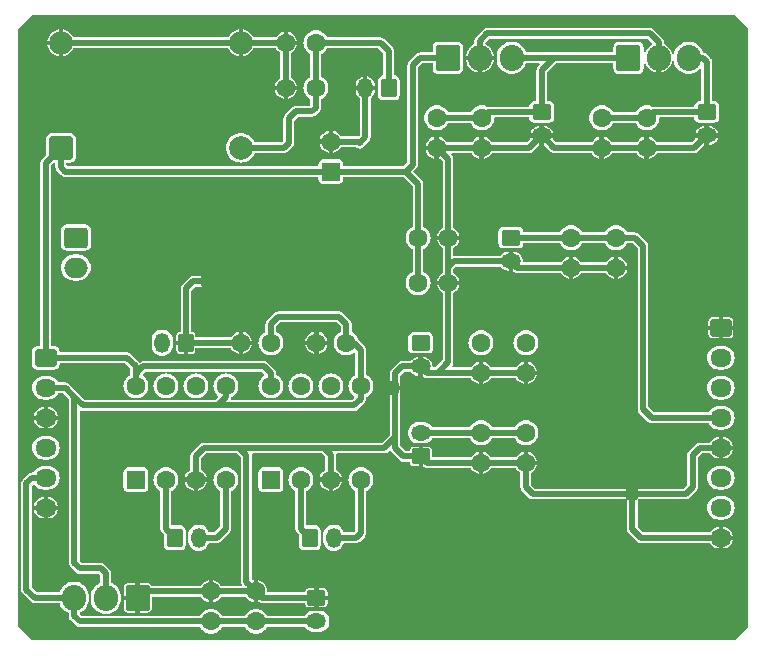
<source format=gbl>
G04*
G04 #@! TF.GenerationSoftware,Altium Limited,Altium Designer,19.0.15 (446)*
G04*
G04 Layer_Physical_Order=2*
G04 Layer_Color=16716563*
%FSLAX25Y25*%
%MOIN*%
G70*
G01*
G75*
%ADD39C,0.01968*%
G04:AMPARAMS|DCode=40|XSize=59.06mil|YSize=70.87mil|CornerRadius=7.38mil|HoleSize=0mil|Usage=FLASHONLY|Rotation=270.000|XOffset=0mil|YOffset=0mil|HoleType=Round|Shape=RoundedRectangle|*
%AMROUNDEDRECTD40*
21,1,0.05906,0.05610,0,0,270.0*
21,1,0.04429,0.07087,0,0,270.0*
1,1,0.01476,-0.02805,-0.02215*
1,1,0.01476,-0.02805,0.02215*
1,1,0.01476,0.02805,0.02215*
1,1,0.01476,0.02805,-0.02215*
%
%ADD40ROUNDEDRECTD40*%
%ADD41O,0.07087X0.05906*%
%ADD42O,0.06693X0.05118*%
G04:AMPARAMS|DCode=43|XSize=51.18mil|YSize=62.99mil|CornerRadius=6.4mil|HoleSize=0mil|Usage=FLASHONLY|Rotation=90.000|XOffset=0mil|YOffset=0mil|HoleType=Round|Shape=RoundedRectangle|*
%AMROUNDEDRECTD43*
21,1,0.05118,0.05020,0,0,90.0*
21,1,0.03839,0.06299,0,0,90.0*
1,1,0.01280,0.02510,0.01919*
1,1,0.01280,0.02510,-0.01919*
1,1,0.01280,-0.02510,-0.01919*
1,1,0.01280,-0.02510,0.01919*
%
%ADD43ROUNDEDRECTD43*%
%ADD44C,0.06299*%
%ADD45O,0.08071X0.08661*%
G04:AMPARAMS|DCode=46|XSize=80.71mil|YSize=86.61mil|CornerRadius=8.07mil|HoleSize=0mil|Usage=FLASHONLY|Rotation=0.000|XOffset=0mil|YOffset=0mil|HoleType=Round|Shape=RoundedRectangle|*
%AMROUNDEDRECTD46*
21,1,0.08071,0.07047,0,0,0.0*
21,1,0.06457,0.08661,0,0,0.0*
1,1,0.01614,0.03228,-0.03524*
1,1,0.01614,-0.03228,-0.03524*
1,1,0.01614,-0.03228,0.03524*
1,1,0.01614,0.03228,0.03524*
%
%ADD46ROUNDEDRECTD46*%
%ADD47O,0.05118X0.06693*%
G04:AMPARAMS|DCode=48|XSize=51.18mil|YSize=62.99mil|CornerRadius=6.4mil|HoleSize=0mil|Usage=FLASHONLY|Rotation=180.000|XOffset=0mil|YOffset=0mil|HoleType=Round|Shape=RoundedRectangle|*
%AMROUNDEDRECTD48*
21,1,0.05118,0.05020,0,0,180.0*
21,1,0.03839,0.06299,0,0,180.0*
1,1,0.01280,-0.01919,0.02510*
1,1,0.01280,0.01919,0.02510*
1,1,0.01280,0.01919,-0.02510*
1,1,0.01280,-0.01919,-0.02510*
%
%ADD48ROUNDEDRECTD48*%
G04:AMPARAMS|DCode=49|XSize=62.99mil|YSize=62.99mil|CornerRadius=6.3mil|HoleSize=0mil|Usage=FLASHONLY|Rotation=90.000|XOffset=0mil|YOffset=0mil|HoleType=Round|Shape=RoundedRectangle|*
%AMROUNDEDRECTD49*
21,1,0.06299,0.05039,0,0,90.0*
21,1,0.05039,0.06299,0,0,90.0*
1,1,0.01260,0.02520,0.02520*
1,1,0.01260,0.02520,-0.02520*
1,1,0.01260,-0.02520,-0.02520*
1,1,0.01260,-0.02520,0.02520*
%
%ADD49ROUNDEDRECTD49*%
G04:AMPARAMS|DCode=50|XSize=62.99mil|YSize=62.99mil|CornerRadius=7.87mil|HoleSize=0mil|Usage=FLASHONLY|Rotation=270.000|XOffset=0mil|YOffset=0mil|HoleType=Round|Shape=RoundedRectangle|*
%AMROUNDEDRECTD50*
21,1,0.06299,0.04724,0,0,270.0*
21,1,0.04724,0.06299,0,0,270.0*
1,1,0.01575,-0.02362,-0.02362*
1,1,0.01575,-0.02362,0.02362*
1,1,0.01575,0.02362,0.02362*
1,1,0.01575,0.02362,-0.02362*
%
%ADD50ROUNDEDRECTD50*%
%ADD51C,0.07874*%
G04:AMPARAMS|DCode=52|XSize=78.74mil|YSize=78.74mil|CornerRadius=9.84mil|HoleSize=0mil|Usage=FLASHONLY|Rotation=90.000|XOffset=0mil|YOffset=0mil|HoleType=Round|Shape=RoundedRectangle|*
%AMROUNDEDRECTD52*
21,1,0.07874,0.05906,0,0,90.0*
21,1,0.05906,0.07874,0,0,90.0*
1,1,0.01968,0.02953,0.02953*
1,1,0.01968,0.02953,-0.02953*
1,1,0.01968,-0.02953,-0.02953*
1,1,0.01968,-0.02953,0.02953*
%
%ADD52ROUNDEDRECTD52*%
%ADD53O,0.07874X0.06693*%
G04:AMPARAMS|DCode=54|XSize=66.93mil|YSize=78.74mil|CornerRadius=8.37mil|HoleSize=0mil|Usage=FLASHONLY|Rotation=270.000|XOffset=0mil|YOffset=0mil|HoleType=Round|Shape=RoundedRectangle|*
%AMROUNDEDRECTD54*
21,1,0.06693,0.06201,0,0,270.0*
21,1,0.05020,0.07874,0,0,270.0*
1,1,0.01673,-0.03100,-0.02510*
1,1,0.01673,-0.03100,0.02510*
1,1,0.01673,0.03100,0.02510*
1,1,0.01673,0.03100,-0.02510*
%
%ADD54ROUNDEDRECTD54*%
%ADD55C,0.05000*%
G36*
X244197Y204667D02*
Y5333D01*
X239668Y803D01*
X5333D01*
X803Y5333D01*
Y204667D01*
X5333Y209197D01*
X239668D01*
X244197Y204667D01*
D02*
G37*
%LPC*%
G36*
X90750Y203681D02*
Y200750D01*
X93681D01*
X93472Y201438D01*
X93125Y202088D01*
X92658Y202658D01*
X92088Y203125D01*
X91438Y203472D01*
X90750Y203681D01*
D02*
G37*
G36*
X14250Y204476D02*
X13597Y204319D01*
X12938Y204047D01*
X12331Y203674D01*
X11789Y203211D01*
X11326Y202670D01*
X10953Y202062D01*
X10681Y201403D01*
X10524Y200750D01*
X14250D01*
Y204476D01*
D02*
G37*
G36*
X147244Y200346D02*
X140787D01*
X140316Y200284D01*
X139876Y200102D01*
X139499Y199812D01*
X139209Y199435D01*
X139027Y198995D01*
X138965Y198524D01*
Y196787D01*
X134764D01*
X134764Y196787D01*
X134301Y196726D01*
X134049Y196622D01*
X133870Y196547D01*
X133500Y196264D01*
X131020Y193783D01*
X130736Y193413D01*
X130557Y192982D01*
X130497Y192520D01*
Y160137D01*
X129207Y158848D01*
X109165D01*
Y159423D01*
X109104Y159890D01*
X108923Y160324D01*
X108637Y160698D01*
X108264Y160984D01*
X107829Y161164D01*
X107362Y161226D01*
X102638D01*
X102171Y161164D01*
X101736Y160984D01*
X101363Y160698D01*
X101076Y160324D01*
X100896Y159890D01*
X100835Y159423D01*
Y158848D01*
X17301D01*
X16787Y159362D01*
Y160046D01*
X17953D01*
X18471Y160114D01*
X18953Y160314D01*
X19368Y160632D01*
X19686Y161047D01*
X19886Y161529D01*
X19954Y162047D01*
Y167953D01*
X19886Y168471D01*
X19686Y168953D01*
X19368Y169368D01*
X18953Y169686D01*
X18471Y169886D01*
X17953Y169954D01*
X12047D01*
X11529Y169886D01*
X11047Y169686D01*
X10632Y169368D01*
X10314Y168953D01*
X10114Y168471D01*
X10046Y167953D01*
Y162573D01*
X8736Y161264D01*
X8452Y160893D01*
X8274Y160462D01*
X8213Y160000D01*
Y98968D01*
X7195D01*
X6741Y98908D01*
X6318Y98733D01*
X5955Y98454D01*
X5677Y98091D01*
X5501Y97668D01*
X5442Y97215D01*
Y92785D01*
X5501Y92332D01*
X5677Y91909D01*
X5955Y91546D01*
X6318Y91267D01*
X6741Y91092D01*
X7195Y91032D01*
X12805D01*
X13259Y91092D01*
X13682Y91267D01*
X14045Y91546D01*
X14323Y91909D01*
X14499Y92332D01*
X14558Y92785D01*
Y93213D01*
X36386D01*
X38213Y91386D01*
Y89381D01*
X38110Y89339D01*
X37553Y88998D01*
X37057Y88573D01*
X36632Y88077D01*
X36291Y87520D01*
X36041Y86916D01*
X35889Y86281D01*
X35838Y85630D01*
X35889Y84979D01*
X36041Y84344D01*
X36291Y83740D01*
X36632Y83183D01*
X37057Y82687D01*
X37553Y82262D01*
X38110Y81921D01*
X38714Y81671D01*
X39349Y81519D01*
X40000Y81468D01*
X40651Y81519D01*
X41286Y81671D01*
X41890Y81921D01*
X42447Y82262D01*
X42943Y82687D01*
X43367Y83183D01*
X43709Y83740D01*
X43959Y84344D01*
X44111Y84979D01*
X44162Y85630D01*
X44111Y86281D01*
X43959Y86916D01*
X43709Y87520D01*
X43367Y88077D01*
X42943Y88573D01*
X42543Y88915D01*
X42415Y89494D01*
X43260Y90339D01*
X81937D01*
X82718Y89559D01*
X82659Y89062D01*
X82553Y88998D01*
X82057Y88573D01*
X81633Y88077D01*
X81291Y87520D01*
X81041Y86916D01*
X80889Y86281D01*
X80838Y85630D01*
X80889Y84979D01*
X81041Y84344D01*
X81291Y83740D01*
X81633Y83183D01*
X82057Y82687D01*
X82553Y82262D01*
X83110Y81921D01*
X83714Y81671D01*
X84349Y81519D01*
X85000Y81468D01*
X85651Y81519D01*
X86286Y81671D01*
X86890Y81921D01*
X87447Y82262D01*
X87943Y82687D01*
X88367Y83183D01*
X88709Y83740D01*
X88959Y84344D01*
X89111Y84979D01*
X89162Y85630D01*
X89111Y86281D01*
X88959Y86916D01*
X88709Y87520D01*
X88367Y88077D01*
X87943Y88573D01*
X87447Y88998D01*
X86890Y89339D01*
X86787Y89381D01*
Y89803D01*
X86787Y89803D01*
X86726Y90266D01*
X86621Y90518D01*
X86547Y90697D01*
X86264Y91067D01*
X83941Y93389D01*
X83571Y93673D01*
X83140Y93852D01*
X82677Y93913D01*
X42520D01*
X42520Y93913D01*
X42057Y93852D01*
X41626Y93673D01*
X41260Y93393D01*
X38390Y96264D01*
X38019Y96548D01*
X37589Y96726D01*
X37126Y96787D01*
X14558D01*
Y97215D01*
X14499Y97668D01*
X14323Y98091D01*
X14045Y98454D01*
X13682Y98733D01*
X13259Y98908D01*
X12805Y98968D01*
X11787D01*
Y159260D01*
X12573Y160046D01*
X13213D01*
Y158622D01*
X13274Y158159D01*
X13453Y157729D01*
X13736Y157359D01*
X15076Y156019D01*
X15246Y155797D01*
X15246Y155797D01*
X15246Y155797D01*
X15397Y155682D01*
X15616Y155513D01*
X15616Y155513D01*
X15617Y155513D01*
X15803Y155436D01*
X16047Y155335D01*
X16047Y155335D01*
X16048Y155335D01*
X16280Y155304D01*
X16510Y155274D01*
X100835D01*
Y154699D01*
X100896Y154232D01*
X101076Y153797D01*
X101363Y153424D01*
X101736Y153137D01*
X102171Y152957D01*
X102638Y152896D01*
X107362D01*
X107829Y152957D01*
X108264Y153137D01*
X108637Y153424D01*
X108923Y153797D01*
X109104Y154232D01*
X109165Y154699D01*
Y155274D01*
X129207D01*
X132308Y152173D01*
Y138751D01*
X132205Y138709D01*
X131648Y138367D01*
X131151Y137943D01*
X130727Y137447D01*
X130386Y136890D01*
X130136Y136286D01*
X129983Y135651D01*
X129932Y135000D01*
X129983Y134349D01*
X130136Y133714D01*
X130386Y133110D01*
X130727Y132553D01*
X131151Y132057D01*
X131648Y131632D01*
X132205Y131291D01*
X132308Y131249D01*
Y123751D01*
X132205Y123709D01*
X131648Y123368D01*
X131151Y122943D01*
X130727Y122447D01*
X130386Y121890D01*
X130136Y121286D01*
X129983Y120651D01*
X129932Y120000D01*
X129983Y119349D01*
X130136Y118714D01*
X130386Y118110D01*
X130727Y117553D01*
X131151Y117057D01*
X131648Y116632D01*
X132205Y116291D01*
X132808Y116041D01*
X133443Y115889D01*
X134095Y115838D01*
X134746Y115889D01*
X135381Y116041D01*
X135984Y116291D01*
X136541Y116632D01*
X137038Y117057D01*
X137462Y117553D01*
X137803Y118110D01*
X138053Y118714D01*
X138206Y119349D01*
X138257Y120000D01*
X138206Y120651D01*
X138053Y121286D01*
X137803Y121890D01*
X137462Y122447D01*
X137038Y122943D01*
X136541Y123368D01*
X135984Y123709D01*
X135881Y123751D01*
Y131249D01*
X135984Y131291D01*
X136541Y131632D01*
X137038Y132057D01*
X137462Y132553D01*
X137803Y133110D01*
X138053Y133714D01*
X138206Y134349D01*
X138257Y135000D01*
X138206Y135651D01*
X138053Y136286D01*
X137803Y136890D01*
X137462Y137447D01*
X137038Y137943D01*
X136541Y138367D01*
X135984Y138709D01*
X135881Y138751D01*
Y152913D01*
X135820Y153376D01*
X135642Y153807D01*
X135358Y154177D01*
X135358Y154177D01*
X132474Y157061D01*
X133547Y158134D01*
X133831Y158504D01*
X134010Y158935D01*
X134070Y159397D01*
Y191779D01*
X135504Y193213D01*
X138965D01*
Y191476D01*
X139027Y191005D01*
X139209Y190565D01*
X139499Y190188D01*
X139876Y189898D01*
X140316Y189716D01*
X140787Y189654D01*
X147244D01*
X147716Y189716D01*
X148155Y189898D01*
X148533Y190188D01*
X148823Y190565D01*
X149005Y191005D01*
X149067Y191476D01*
Y198524D01*
X149005Y198995D01*
X148823Y199435D01*
X148533Y199812D01*
X148155Y200102D01*
X147716Y200284D01*
X147244Y200346D01*
D02*
G37*
G36*
X211417Y204937D02*
X157087D01*
X156624Y204876D01*
X156372Y204771D01*
X156193Y204697D01*
X155823Y204413D01*
X153382Y201972D01*
X153098Y201602D01*
X152920Y201171D01*
X152859Y200709D01*
Y199562D01*
X152539Y199430D01*
X151918Y199049D01*
X151364Y198576D01*
X150891Y198023D01*
X150511Y197402D01*
X150232Y196729D01*
X150062Y196021D01*
X150041Y195750D01*
X159250D01*
X159229Y196021D01*
X159059Y196729D01*
X158780Y197402D01*
X158400Y198023D01*
X157927Y198576D01*
X157373Y199049D01*
X156752Y199430D01*
X156546Y199515D01*
X156488Y200024D01*
X157827Y201363D01*
X210677D01*
X212091Y199949D01*
X212110Y199772D01*
X211995Y199338D01*
X211525Y199049D01*
X210971Y198576D01*
X210498Y198023D01*
X210118Y197402D01*
X209839Y196729D01*
X209764Y196416D01*
X209264Y196475D01*
Y198524D01*
X209202Y198995D01*
X209019Y199435D01*
X208730Y199812D01*
X208352Y200102D01*
X207913Y200284D01*
X207441Y200346D01*
X200984D01*
X200513Y200284D01*
X200073Y200102D01*
X199695Y199812D01*
X199406Y199435D01*
X199224Y198995D01*
X199162Y198524D01*
Y196787D01*
X179370D01*
X179370Y196787D01*
X179370Y196787D01*
X170096D01*
X170079Y196856D01*
X169776Y197588D01*
X169362Y198264D01*
X168847Y198867D01*
X168245Y199382D01*
X167569Y199796D01*
X166836Y200099D01*
X166066Y200284D01*
X165276Y200346D01*
X164485Y200284D01*
X163715Y200099D01*
X162982Y199796D01*
X162307Y199382D01*
X161704Y198867D01*
X161189Y198264D01*
X160775Y197588D01*
X160472Y196856D01*
X160287Y196085D01*
X160225Y195295D01*
Y194705D01*
X160287Y193915D01*
X160472Y193144D01*
X160775Y192412D01*
X161189Y191736D01*
X161704Y191133D01*
X162307Y190618D01*
X162982Y190204D01*
X163715Y189901D01*
X164485Y189716D01*
X165276Y189654D01*
X166066Y189716D01*
X166836Y189901D01*
X167569Y190204D01*
X168245Y190618D01*
X168847Y191133D01*
X169362Y191736D01*
X169776Y192412D01*
X170079Y193144D01*
X170096Y193213D01*
X174403D01*
X174594Y192751D01*
X174012Y192169D01*
X173728Y191799D01*
X173549Y191368D01*
X173489Y190906D01*
Y180542D01*
X172766D01*
X172338Y180485D01*
X171939Y180320D01*
X171596Y180057D01*
X171333Y179715D01*
X171168Y179316D01*
X171112Y178888D01*
Y178755D01*
X157244D01*
X157099Y178736D01*
X156562Y178959D01*
X155927Y179111D01*
X155276Y179162D01*
X154624Y179111D01*
X153989Y178959D01*
X153386Y178709D01*
X152829Y178367D01*
X152332Y177943D01*
X151908Y177447D01*
X151567Y176890D01*
X151524Y176787D01*
X144027D01*
X143984Y176890D01*
X143643Y177447D01*
X143219Y177943D01*
X142722Y178367D01*
X142165Y178709D01*
X141562Y178959D01*
X140927Y179111D01*
X140276Y179162D01*
X139625Y179111D01*
X138989Y178959D01*
X138386Y178709D01*
X137829Y178367D01*
X137332Y177943D01*
X136908Y177447D01*
X136567Y176890D01*
X136317Y176286D01*
X136164Y175651D01*
X136113Y175000D01*
X136164Y174349D01*
X136317Y173714D01*
X136567Y173110D01*
X136908Y172553D01*
X137332Y172057D01*
X137829Y171633D01*
X138386Y171291D01*
X138989Y171041D01*
X139625Y170889D01*
X140276Y170838D01*
X140927Y170889D01*
X141562Y171041D01*
X142165Y171291D01*
X142722Y171633D01*
X143219Y172057D01*
X143643Y172553D01*
X143984Y173110D01*
X144027Y173213D01*
X151524D01*
X151567Y173110D01*
X151908Y172553D01*
X152332Y172057D01*
X152829Y171633D01*
X153386Y171291D01*
X153989Y171041D01*
X154624Y170889D01*
X155276Y170838D01*
X155927Y170889D01*
X156562Y171041D01*
X157165Y171291D01*
X157722Y171633D01*
X158219Y172057D01*
X158643Y172553D01*
X158984Y173110D01*
X159234Y173714D01*
X159387Y174349D01*
X159438Y175000D01*
X159606Y175182D01*
X171112D01*
Y175049D01*
X171168Y174621D01*
X171333Y174222D01*
X171596Y173880D01*
X171939Y173617D01*
X172338Y173452D01*
X172766Y173395D01*
X177785D01*
X178214Y173452D01*
X178612Y173617D01*
X178955Y173880D01*
X179218Y174222D01*
X179383Y174621D01*
X179439Y175049D01*
Y178888D01*
X179383Y179316D01*
X179218Y179715D01*
X178955Y180057D01*
X178612Y180320D01*
X178214Y180485D01*
X177785Y180542D01*
X177062D01*
Y190165D01*
X180110Y193213D01*
X199162D01*
Y191476D01*
X199224Y191005D01*
X199406Y190565D01*
X199695Y190188D01*
X200073Y189898D01*
X200513Y189716D01*
X200984Y189654D01*
X207441D01*
X207913Y189716D01*
X208352Y189898D01*
X208730Y190188D01*
X209019Y190565D01*
X209202Y191005D01*
X209264Y191476D01*
Y193525D01*
X209764Y193584D01*
X209839Y193271D01*
X210118Y192598D01*
X210498Y191977D01*
X210971Y191424D01*
X211525Y190951D01*
X212145Y190570D01*
X212818Y190292D01*
X213502Y190127D01*
Y195000D01*
X215002D01*
Y190127D01*
X215686Y190292D01*
X216359Y190570D01*
X216980Y190951D01*
X217533Y191424D01*
X218006Y191977D01*
X218387Y192598D01*
X218665Y193271D01*
X218808Y193867D01*
X219303Y193915D01*
X219488Y193144D01*
X219791Y192412D01*
X220205Y191736D01*
X220720Y191133D01*
X221322Y190618D01*
X221998Y190204D01*
X222731Y189901D01*
X223501Y189716D01*
X224291Y189654D01*
X225082Y189716D01*
X225852Y189901D01*
X226585Y190204D01*
X227260Y190618D01*
X227863Y191133D01*
X227989Y191280D01*
X228489Y191096D01*
Y180542D01*
X227766D01*
X227338Y180485D01*
X226939Y180320D01*
X226596Y180057D01*
X226333Y179715D01*
X226168Y179316D01*
X226112Y178888D01*
Y178755D01*
X212244D01*
X212099Y178736D01*
X211562Y178959D01*
X210927Y179111D01*
X210276Y179162D01*
X209624Y179111D01*
X208989Y178959D01*
X208386Y178709D01*
X207829Y178367D01*
X207332Y177943D01*
X206908Y177447D01*
X206567Y176890D01*
X206524Y176787D01*
X199027D01*
X198984Y176890D01*
X198643Y177447D01*
X198219Y177943D01*
X197722Y178367D01*
X197165Y178709D01*
X196562Y178959D01*
X195927Y179111D01*
X195276Y179162D01*
X194624Y179111D01*
X193989Y178959D01*
X193386Y178709D01*
X192829Y178367D01*
X192332Y177943D01*
X191908Y177447D01*
X191567Y176890D01*
X191317Y176286D01*
X191164Y175651D01*
X191113Y175000D01*
X191164Y174349D01*
X191317Y173714D01*
X191567Y173110D01*
X191908Y172553D01*
X192332Y172057D01*
X192829Y171633D01*
X193386Y171291D01*
X193989Y171041D01*
X194624Y170889D01*
X195276Y170838D01*
X195927Y170889D01*
X196562Y171041D01*
X197165Y171291D01*
X197722Y171633D01*
X198219Y172057D01*
X198643Y172553D01*
X198984Y173110D01*
X199027Y173213D01*
X206524D01*
X206567Y173110D01*
X206908Y172553D01*
X207332Y172057D01*
X207829Y171633D01*
X208386Y171291D01*
X208989Y171041D01*
X209624Y170889D01*
X210276Y170838D01*
X210927Y170889D01*
X211562Y171041D01*
X212165Y171291D01*
X212722Y171633D01*
X213219Y172057D01*
X213643Y172553D01*
X213984Y173110D01*
X214234Y173714D01*
X214387Y174349D01*
X214438Y175000D01*
X214606Y175182D01*
X226112D01*
Y175049D01*
X226168Y174621D01*
X226333Y174222D01*
X226596Y173880D01*
X226939Y173617D01*
X227338Y173452D01*
X227766Y173395D01*
X232785D01*
X233213Y173452D01*
X233612Y173617D01*
X233955Y173880D01*
X234218Y174222D01*
X234383Y174621D01*
X234439Y175049D01*
Y178888D01*
X234383Y179316D01*
X234218Y179715D01*
X233955Y180057D01*
X233612Y180320D01*
X233213Y180485D01*
X232785Y180542D01*
X232063D01*
Y193740D01*
X232063Y193740D01*
X232002Y194203D01*
X231897Y194455D01*
X231823Y194634D01*
X231539Y195004D01*
X230279Y196264D01*
X229909Y196547D01*
X229478Y196726D01*
X229115Y196774D01*
X229095Y196856D01*
X228792Y197588D01*
X228378Y198264D01*
X227863Y198867D01*
X227260Y199382D01*
X226585Y199796D01*
X225852Y200099D01*
X225082Y200284D01*
X224291Y200346D01*
X223501Y200284D01*
X222731Y200099D01*
X221998Y199796D01*
X221322Y199382D01*
X220720Y198867D01*
X220205Y198264D01*
X219791Y197588D01*
X219488Y196856D01*
X219303Y196085D01*
X218808Y196133D01*
X218665Y196729D01*
X218387Y197402D01*
X218006Y198023D01*
X217533Y198576D01*
X216980Y199049D01*
X216359Y199430D01*
X216039Y199562D01*
Y200315D01*
X215978Y200777D01*
X215799Y201208D01*
X215516Y201578D01*
X212681Y204413D01*
X212311Y204697D01*
X211880Y204876D01*
X211417Y204937D01*
D02*
G37*
G36*
X14250Y199250D02*
X10524D01*
X10681Y198597D01*
X10953Y197938D01*
X11326Y197330D01*
X11789Y196789D01*
X12331Y196326D01*
X12938Y195953D01*
X13597Y195681D01*
X14250Y195524D01*
Y199250D01*
D02*
G37*
G36*
X15750Y204476D02*
Y200000D01*
Y195524D01*
X16403Y195681D01*
X17062Y195953D01*
X17670Y196326D01*
X18211Y196789D01*
X18674Y197330D01*
X19047Y197938D01*
X19160Y198213D01*
X70840D01*
X70953Y197938D01*
X71326Y197330D01*
X71789Y196789D01*
X72330Y196326D01*
X72938Y195953D01*
X73597Y195681D01*
X74250Y195524D01*
Y200000D01*
Y204476D01*
X73597Y204319D01*
X72938Y204047D01*
X72330Y203674D01*
X71789Y203211D01*
X71326Y202670D01*
X70953Y202062D01*
X70840Y201787D01*
X19160D01*
X19047Y202062D01*
X18674Y202670D01*
X18211Y203211D01*
X17670Y203674D01*
X17062Y204047D01*
X16403Y204319D01*
X15750Y204476D01*
D02*
G37*
G36*
X159250Y194250D02*
X155396D01*
Y190127D01*
X156079Y190292D01*
X156752Y190570D01*
X157373Y190951D01*
X157927Y191424D01*
X158400Y191977D01*
X158780Y192598D01*
X159059Y193271D01*
X159229Y193979D01*
X159250Y194250D01*
D02*
G37*
G36*
X153896D02*
X150041D01*
X150062Y193979D01*
X150232Y193271D01*
X150511Y192598D01*
X150891Y191977D01*
X151364Y191424D01*
X151918Y190951D01*
X152539Y190570D01*
X153212Y190292D01*
X153896Y190127D01*
Y194250D01*
D02*
G37*
G36*
X117207Y188851D02*
Y185750D01*
X119621D01*
Y185787D01*
X119561Y186405D01*
X119380Y186998D01*
X119088Y187546D01*
X118694Y188025D01*
X118215Y188419D01*
X117668Y188711D01*
X117207Y188851D01*
D02*
G37*
G36*
X115707D02*
X115245Y188711D01*
X114698Y188419D01*
X114219Y188025D01*
X113825Y187546D01*
X113533Y186998D01*
X113353Y186405D01*
X113292Y185787D01*
Y185750D01*
X115707D01*
Y188851D01*
D02*
G37*
G36*
X75750Y204476D02*
Y200000D01*
Y195524D01*
X76403Y195681D01*
X77062Y195953D01*
X77670Y196326D01*
X78211Y196789D01*
X78674Y197330D01*
X79047Y197938D01*
X79160Y198213D01*
X86714D01*
X86875Y197912D01*
X87343Y197343D01*
X87912Y196875D01*
X88213Y196714D01*
Y188286D01*
X87912Y188125D01*
X87343Y187657D01*
X86875Y187088D01*
X86528Y186438D01*
X86319Y185750D01*
X90000D01*
X93681D01*
X93472Y186438D01*
X93125Y187088D01*
X92658Y187657D01*
X92088Y188125D01*
X91787Y188286D01*
Y196714D01*
X92088Y196875D01*
X92658Y197343D01*
X93125Y197912D01*
X93472Y198562D01*
X93681Y199250D01*
X90000D01*
Y200000D01*
X89250D01*
Y203681D01*
X88562Y203472D01*
X87912Y203125D01*
X87343Y202658D01*
X86875Y202088D01*
X86714Y201787D01*
X79160D01*
X79047Y202062D01*
X78674Y202670D01*
X78211Y203211D01*
X77670Y203674D01*
X77062Y204047D01*
X76403Y204319D01*
X75750Y204476D01*
D02*
G37*
G36*
X93681Y184250D02*
X90750D01*
Y181319D01*
X91438Y181528D01*
X92088Y181875D01*
X92658Y182343D01*
X93125Y182912D01*
X93472Y183562D01*
X93681Y184250D01*
D02*
G37*
G36*
X89250D02*
X86319D01*
X86528Y183562D01*
X86875Y182912D01*
X87343Y182343D01*
X87912Y181875D01*
X88562Y181528D01*
X89250Y181319D01*
Y184250D01*
D02*
G37*
G36*
X100000Y204162D02*
X99349Y204111D01*
X98714Y203959D01*
X98110Y203709D01*
X97553Y203367D01*
X97057Y202943D01*
X96632Y202447D01*
X96291Y201890D01*
X96041Y201286D01*
X95889Y200651D01*
X95838Y200000D01*
X95889Y199349D01*
X96041Y198714D01*
X96291Y198110D01*
X96632Y197553D01*
X97057Y197057D01*
X97553Y196633D01*
X98110Y196291D01*
X98213Y196249D01*
Y188751D01*
X98110Y188709D01*
X97553Y188367D01*
X97057Y187943D01*
X96632Y187447D01*
X96291Y186890D01*
X96041Y186286D01*
X95889Y185651D01*
X95838Y185000D01*
X95889Y184349D01*
X96041Y183714D01*
X96291Y183110D01*
X96632Y182553D01*
X97057Y182057D01*
X97553Y181632D01*
X98110Y181291D01*
X98213Y181249D01*
Y179087D01*
X98079Y178952D01*
X93307D01*
X93307Y178952D01*
X92845Y178891D01*
X92414Y178713D01*
X92044Y178429D01*
X92044Y178429D01*
X89681Y176067D01*
X89397Y175697D01*
X89219Y175266D01*
X89158Y174803D01*
Y167276D01*
X88669Y166787D01*
X79604D01*
X79413Y167248D01*
X79006Y167911D01*
X78502Y168502D01*
X77911Y169007D01*
X77248Y169413D01*
X76530Y169710D01*
X75775Y169891D01*
X75000Y169952D01*
X74225Y169891D01*
X73470Y169710D01*
X72752Y169413D01*
X72089Y169007D01*
X71498Y168502D01*
X70994Y167911D01*
X70587Y167248D01*
X70290Y166530D01*
X70109Y165775D01*
X70048Y165000D01*
X70109Y164225D01*
X70290Y163470D01*
X70587Y162752D01*
X70994Y162089D01*
X71498Y161498D01*
X72089Y160994D01*
X72752Y160588D01*
X73470Y160290D01*
X74225Y160109D01*
X75000Y160048D01*
X75775Y160109D01*
X76530Y160290D01*
X77248Y160588D01*
X77911Y160994D01*
X78502Y161498D01*
X79006Y162089D01*
X79413Y162752D01*
X79604Y163213D01*
X89410D01*
X89872Y163274D01*
X90303Y163452D01*
X90673Y163736D01*
X92208Y165272D01*
X92208Y165272D01*
X92492Y165642D01*
X92671Y166073D01*
X92732Y166535D01*
X92732Y166535D01*
Y174063D01*
X94047Y175378D01*
X98819D01*
X99281Y175439D01*
X99712Y175618D01*
X100082Y175902D01*
X101264Y177083D01*
X101548Y177453D01*
X101726Y177884D01*
X101787Y178347D01*
Y181249D01*
X101890Y181291D01*
X102447Y181632D01*
X102943Y182057D01*
X103367Y182553D01*
X103709Y183110D01*
X103959Y183714D01*
X104111Y184349D01*
X104162Y185000D01*
X104111Y185651D01*
X103959Y186286D01*
X103709Y186890D01*
X103367Y187447D01*
X102943Y187943D01*
X102447Y188367D01*
X101890Y188709D01*
X101787Y188751D01*
Y196249D01*
X101890Y196291D01*
X102447Y196633D01*
X102943Y197057D01*
X103367Y197553D01*
X103709Y198110D01*
X103751Y198213D01*
X120835D01*
X122544Y196504D01*
Y189164D01*
X122411D01*
X121983Y189107D01*
X121584Y188942D01*
X121242Y188679D01*
X120979Y188337D01*
X120814Y187938D01*
X120757Y187510D01*
Y182490D01*
X120814Y182062D01*
X120979Y181663D01*
X121242Y181321D01*
X121584Y181058D01*
X121983Y180893D01*
X122411Y180836D01*
X126250D01*
X126678Y180893D01*
X127077Y181058D01*
X127419Y181321D01*
X127682Y181663D01*
X127847Y182062D01*
X127904Y182490D01*
Y187510D01*
X127847Y187938D01*
X127682Y188337D01*
X127419Y188679D01*
X127077Y188942D01*
X126678Y189107D01*
X126250Y189164D01*
X126118D01*
Y197244D01*
X126118Y197244D01*
X126057Y197707D01*
X125878Y198138D01*
X125594Y198508D01*
X125594Y198508D01*
X122838Y201264D01*
X122468Y201548D01*
X122037Y201726D01*
X121575Y201787D01*
X103751D01*
X103709Y201890D01*
X103367Y202447D01*
X102943Y202943D01*
X102447Y203367D01*
X101890Y203709D01*
X101286Y203959D01*
X100651Y204111D01*
X100000Y204162D01*
D02*
G37*
G36*
X231063Y172259D02*
X231026D01*
Y169844D01*
X234127D01*
X233987Y170306D01*
X233695Y170853D01*
X233301Y171332D01*
X232821Y171726D01*
X232274Y172018D01*
X231680Y172198D01*
X231063Y172259D01*
D02*
G37*
G36*
X176063D02*
X176026D01*
Y169844D01*
X179127D01*
X178987Y170306D01*
X178694Y170853D01*
X178301Y171332D01*
X177821Y171726D01*
X177274Y172018D01*
X176680Y172198D01*
X176063Y172259D01*
D02*
G37*
G36*
X229526D02*
X229488D01*
X228871Y172198D01*
X228277Y172018D01*
X227730Y171726D01*
X227250Y171332D01*
X226857Y170853D01*
X226564Y170306D01*
X226424Y169844D01*
X229526D01*
Y172259D01*
D02*
G37*
G36*
X174526D02*
X174488D01*
X173871Y172198D01*
X173277Y172018D01*
X172730Y171726D01*
X172250Y171332D01*
X171857Y170853D01*
X171564Y170306D01*
X171424Y169844D01*
X174526D01*
Y172259D01*
D02*
G37*
G36*
X119621Y184250D02*
X113292D01*
Y184213D01*
X113353Y183595D01*
X113533Y183001D01*
X113825Y182454D01*
X114219Y181975D01*
X114670Y181605D01*
Y169165D01*
X114316Y168812D01*
X114042Y168848D01*
X108286D01*
X108125Y169149D01*
X107658Y169718D01*
X107088Y170186D01*
X106438Y170533D01*
X105750Y170742D01*
Y167061D01*
X105000D01*
D01*
X105750D01*
Y163380D01*
X106438Y163589D01*
X107088Y163936D01*
X107658Y164403D01*
X108125Y164973D01*
X108286Y165274D01*
X113301D01*
X113303Y165272D01*
X113303Y165272D01*
X113673Y164988D01*
X114104Y164809D01*
X114567Y164749D01*
X115029Y164809D01*
X115460Y164988D01*
X115831Y165272D01*
X117720Y167162D01*
X118004Y167532D01*
X118078Y167710D01*
X118183Y167963D01*
X118244Y168425D01*
X118244Y168425D01*
Y181605D01*
X118694Y181975D01*
X119088Y182454D01*
X119380Y183001D01*
X119561Y183595D01*
X119621Y184213D01*
Y184250D01*
D02*
G37*
G36*
X104250Y170742D02*
X103562Y170533D01*
X102912Y170186D01*
X102342Y169718D01*
X101875Y169149D01*
X101528Y168499D01*
X101319Y167811D01*
X104250D01*
Y170742D01*
D02*
G37*
G36*
X194526Y168681D02*
X193837Y168472D01*
X193188Y168125D01*
X192618Y167657D01*
X192151Y167088D01*
X191990Y166787D01*
X180110D01*
X178993Y167904D01*
X179127Y168344D01*
X176026D01*
Y165817D01*
X178106Y163736D01*
X178106Y163736D01*
X178477Y163452D01*
X178908Y163274D01*
X179370Y163213D01*
X179370Y163213D01*
X191990D01*
X192151Y162912D01*
X192618Y162343D01*
X193188Y161875D01*
X193837Y161528D01*
X194526Y161319D01*
Y165000D01*
Y168681D01*
D02*
G37*
G36*
X234127Y168344D02*
X231026D01*
Y165930D01*
X231063D01*
X231680Y165990D01*
X232274Y166171D01*
X232821Y166463D01*
X233301Y166857D01*
X233695Y167336D01*
X233987Y167883D01*
X234127Y168344D01*
D02*
G37*
G36*
X139526Y168681D02*
X138837Y168472D01*
X138188Y168125D01*
X137618Y167657D01*
X137151Y167088D01*
X136803Y166438D01*
X136595Y165750D01*
X139526D01*
Y168681D01*
D02*
G37*
G36*
X104250Y166311D02*
X101319D01*
X101528Y165623D01*
X101875Y164973D01*
X102342Y164403D01*
X102912Y163936D01*
X103562Y163589D01*
X104250Y163380D01*
Y166311D01*
D02*
G37*
G36*
X211026Y168681D02*
Y165000D01*
Y161319D01*
X211714Y161528D01*
X212364Y161875D01*
X212933Y162343D01*
X213401Y162912D01*
X213561Y163213D01*
X226181D01*
X226644Y163274D01*
X227075Y163452D01*
X227445Y163736D01*
X229526Y165817D01*
Y168344D01*
X226424D01*
X226558Y167904D01*
X225441Y166787D01*
X213561D01*
X213401Y167088D01*
X212933Y167657D01*
X212364Y168125D01*
X211714Y168472D01*
X211026Y168681D01*
D02*
G37*
G36*
X156026D02*
Y165000D01*
Y161319D01*
X156714Y161528D01*
X157364Y161875D01*
X157933Y162343D01*
X158400Y162912D01*
X158561Y163213D01*
X171181D01*
X171644Y163274D01*
X172075Y163452D01*
X172445Y163736D01*
X174526Y165817D01*
Y168344D01*
X171424D01*
X171558Y167904D01*
X170441Y166787D01*
X158561D01*
X158400Y167088D01*
X157933Y167657D01*
X157364Y168125D01*
X156714Y168472D01*
X156026Y168681D01*
D02*
G37*
G36*
X196026D02*
Y165000D01*
Y161319D01*
X196714Y161528D01*
X197364Y161875D01*
X197933Y162343D01*
X198400Y162912D01*
X198561Y163213D01*
X206990D01*
X207151Y162912D01*
X207618Y162343D01*
X208188Y161875D01*
X208837Y161528D01*
X209526Y161319D01*
Y165000D01*
Y168681D01*
X208837Y168472D01*
X208188Y168125D01*
X207618Y167657D01*
X207151Y167088D01*
X206990Y166787D01*
X198561D01*
X198400Y167088D01*
X197933Y167657D01*
X197364Y168125D01*
X196714Y168472D01*
X196026Y168681D01*
D02*
G37*
G36*
X141026D02*
Y165000D01*
Y161319D01*
X141335Y161413D01*
X142307Y160441D01*
Y138286D01*
X142007Y138125D01*
X141437Y137657D01*
X140970Y137088D01*
X140622Y136438D01*
X140414Y135750D01*
X147775D01*
X147567Y136438D01*
X147219Y137088D01*
X146752Y137657D01*
X146183Y138125D01*
X145881Y138286D01*
Y161181D01*
X145881Y161181D01*
X145821Y161644D01*
X145642Y162075D01*
X145358Y162445D01*
X145358Y162445D01*
X145052Y162751D01*
X145243Y163213D01*
X151990D01*
X152151Y162912D01*
X152618Y162343D01*
X153188Y161875D01*
X153837Y161528D01*
X154526Y161319D01*
Y165000D01*
Y168681D01*
X153837Y168472D01*
X153188Y168125D01*
X152618Y167657D01*
X152151Y167088D01*
X151990Y166787D01*
X143561D01*
X143401Y167088D01*
X142933Y167657D01*
X142364Y168125D01*
X141714Y168472D01*
X141026Y168681D01*
D02*
G37*
G36*
X139526Y164250D02*
X136595D01*
X136803Y163562D01*
X137151Y162912D01*
X137618Y162343D01*
X138188Y161875D01*
X138837Y161528D01*
X139526Y161319D01*
Y164250D01*
D02*
G37*
G36*
X200079Y139162D02*
X199427Y139111D01*
X198792Y138959D01*
X198189Y138709D01*
X197632Y138367D01*
X197135Y137943D01*
X196711Y137447D01*
X196370Y136890D01*
X196360Y136866D01*
X188797D01*
X188787Y136890D01*
X188446Y137447D01*
X188022Y137943D01*
X187525Y138367D01*
X186968Y138709D01*
X186365Y138959D01*
X185730Y139111D01*
X185079Y139162D01*
X184427Y139111D01*
X183792Y138959D01*
X183189Y138709D01*
X182632Y138367D01*
X182135Y137943D01*
X181711Y137447D01*
X181370Y136890D01*
X181360Y136866D01*
X169164D01*
Y136998D01*
X169107Y137426D01*
X168942Y137825D01*
X168679Y138168D01*
X168337Y138430D01*
X167938Y138596D01*
X167510Y138652D01*
X162490D01*
X162062Y138596D01*
X161663Y138430D01*
X161321Y138168D01*
X161058Y137825D01*
X160893Y137426D01*
X160836Y136998D01*
Y133159D01*
X160893Y132731D01*
X161058Y132333D01*
X161321Y131990D01*
X161663Y131727D01*
X162062Y131562D01*
X162490Y131506D01*
X167510D01*
X167938Y131562D01*
X168337Y131727D01*
X168679Y131990D01*
X168942Y132333D01*
X169107Y132731D01*
X169164Y133159D01*
Y133292D01*
X181295D01*
X181370Y133110D01*
X181711Y132553D01*
X182135Y132057D01*
X182632Y131632D01*
X183189Y131291D01*
X183792Y131041D01*
X184427Y130889D01*
X185079Y130838D01*
X185730Y130889D01*
X186365Y131041D01*
X186968Y131291D01*
X187525Y131632D01*
X188022Y132057D01*
X188446Y132553D01*
X188787Y133110D01*
X188863Y133292D01*
X196295D01*
X196370Y133110D01*
X196711Y132553D01*
X197135Y132057D01*
X197632Y131632D01*
X198189Y131291D01*
X198792Y131041D01*
X199427Y130889D01*
X200079Y130838D01*
X200730Y130889D01*
X201365Y131041D01*
X201968Y131291D01*
X202525Y131632D01*
X203022Y132057D01*
X203446Y132553D01*
X203787Y133110D01*
X203830Y133213D01*
X205598D01*
X207268Y131543D01*
Y77953D01*
X207329Y77490D01*
X207508Y77059D01*
X207792Y76689D01*
X210744Y73736D01*
X211114Y73453D01*
X211545Y73274D01*
X212008Y73213D01*
X230883D01*
X231107Y72793D01*
X231601Y72192D01*
X232203Y71697D01*
X232890Y71330D01*
X233635Y71104D01*
X234409Y71028D01*
X235591D01*
X236365Y71104D01*
X237110Y71330D01*
X237797Y71697D01*
X238399Y72192D01*
X238893Y72793D01*
X239260Y73480D01*
X239486Y74225D01*
X239562Y75000D01*
X239486Y75775D01*
X239260Y76520D01*
X238893Y77207D01*
X238399Y77808D01*
X237797Y78303D01*
X237110Y78670D01*
X236365Y78896D01*
X235591Y78972D01*
X234409D01*
X233635Y78896D01*
X232890Y78670D01*
X232203Y78303D01*
X231601Y77808D01*
X231107Y77207D01*
X230883Y76787D01*
X212748D01*
X210842Y78693D01*
Y132283D01*
X210781Y132746D01*
X210603Y133177D01*
X210319Y133547D01*
X210319Y133547D01*
X207602Y136264D01*
X207232Y136548D01*
X206801Y136726D01*
X206339Y136787D01*
X203830D01*
X203787Y136890D01*
X203446Y137447D01*
X203022Y137943D01*
X202525Y138367D01*
X201968Y138709D01*
X201365Y138959D01*
X200730Y139111D01*
X200079Y139162D01*
D02*
G37*
G36*
X23100Y139441D02*
X16900D01*
X16420Y139378D01*
X15973Y139193D01*
X15590Y138899D01*
X15295Y138515D01*
X15110Y138068D01*
X15047Y137589D01*
Y132569D01*
X15110Y132089D01*
X15295Y131643D01*
X15590Y131259D01*
X15973Y130965D01*
X16420Y130780D01*
X16900Y130717D01*
X23100D01*
X23580Y130780D01*
X24027Y130965D01*
X24410Y131259D01*
X24705Y131643D01*
X24890Y132089D01*
X24953Y132569D01*
Y137589D01*
X24890Y138068D01*
X24705Y138515D01*
X24410Y138899D01*
X24027Y139193D01*
X23580Y139378D01*
X23100Y139441D01*
D02*
G37*
G36*
X200829Y128681D02*
Y125750D01*
X203760D01*
X203551Y126438D01*
X203204Y127088D01*
X202736Y127657D01*
X202167Y128125D01*
X201517Y128472D01*
X200829Y128681D01*
D02*
G37*
G36*
X147775Y134250D02*
X140414D01*
X140622Y133562D01*
X140970Y132912D01*
X141437Y132343D01*
X142007Y131875D01*
X142307Y131714D01*
Y125197D01*
Y123286D01*
X142007Y123125D01*
X141437Y122658D01*
X140970Y122088D01*
X140622Y121438D01*
X140414Y120750D01*
X147775D01*
X147567Y121438D01*
X147219Y122088D01*
X146752Y122658D01*
X146183Y123125D01*
X145881Y123286D01*
Y124457D01*
X146842Y125418D01*
X161605D01*
X161975Y124967D01*
X162454Y124573D01*
X163002Y124281D01*
X163595Y124101D01*
X164213Y124040D01*
X164250D01*
Y127205D01*
Y130369D01*
X164213D01*
X163595Y130309D01*
X163002Y130129D01*
X162454Y129836D01*
X161975Y129443D01*
X161605Y128991D01*
X146102D01*
X146102Y128992D01*
X145881Y129185D01*
Y131714D01*
X146183Y131875D01*
X146752Y132343D01*
X147219Y132912D01*
X147567Y133562D01*
X147775Y134250D01*
D02*
G37*
G36*
X185829Y128681D02*
Y125000D01*
Y121319D01*
X186517Y121528D01*
X187167Y121875D01*
X187736Y122343D01*
X188204Y122912D01*
X188365Y123213D01*
X196793D01*
X196954Y122912D01*
X197421Y122343D01*
X197991Y121875D01*
X198641Y121528D01*
X199329Y121319D01*
Y125000D01*
Y128681D01*
X198641Y128472D01*
X197991Y128125D01*
X197421Y127657D01*
X196954Y127088D01*
X196793Y126787D01*
X188365D01*
X188204Y127088D01*
X187736Y127657D01*
X187167Y128125D01*
X186517Y128472D01*
X185829Y128681D01*
D02*
G37*
G36*
X165787Y130369D02*
X165750D01*
Y127205D01*
Y123927D01*
X165941Y123737D01*
X165941Y123736D01*
X166311Y123452D01*
X166742Y123274D01*
X167205Y123213D01*
X167205Y123213D01*
X181793D01*
X181954Y122912D01*
X182421Y122343D01*
X182991Y121875D01*
X183641Y121528D01*
X184329Y121319D01*
Y125000D01*
Y128681D01*
X183641Y128472D01*
X182991Y128125D01*
X182421Y127657D01*
X181954Y127088D01*
X181793Y126787D01*
X169283D01*
X168948Y127157D01*
X168952Y127205D01*
X168891Y127822D01*
X168711Y128416D01*
X168419Y128963D01*
X168025Y129443D01*
X167546Y129836D01*
X166999Y130129D01*
X166405Y130309D01*
X165787Y130369D01*
D02*
G37*
G36*
X203760Y124250D02*
X200829D01*
Y121319D01*
X201517Y121528D01*
X202167Y121875D01*
X202736Y122343D01*
X203204Y122912D01*
X203551Y123562D01*
X203760Y124250D01*
D02*
G37*
G36*
X20591Y129439D02*
X19409D01*
X18727Y129385D01*
X18062Y129225D01*
X17430Y128963D01*
X16847Y128606D01*
X16327Y128162D01*
X15882Y127641D01*
X15525Y127058D01*
X15263Y126426D01*
X15103Y125761D01*
X15049Y125079D01*
X15103Y124397D01*
X15263Y123732D01*
X15525Y123100D01*
X15882Y122516D01*
X16327Y121996D01*
X16847Y121552D01*
X17430Y121194D01*
X18062Y120932D01*
X18727Y120773D01*
X19409Y120719D01*
X20591D01*
X21273Y120773D01*
X21938Y120932D01*
X22570Y121194D01*
X23153Y121552D01*
X23674Y121996D01*
X24118Y122516D01*
X24475Y123100D01*
X24737Y123732D01*
X24897Y124397D01*
X24950Y125079D01*
X24897Y125761D01*
X24737Y126426D01*
X24475Y127058D01*
X24118Y127641D01*
X23674Y128162D01*
X23153Y128606D01*
X22570Y128963D01*
X21938Y129225D01*
X21273Y129385D01*
X20591Y129439D01*
D02*
G37*
G36*
X237805Y108555D02*
X235750D01*
Y105750D01*
X239145D01*
Y107215D01*
X239100Y107561D01*
X238966Y107885D01*
X238753Y108162D01*
X238475Y108375D01*
X238152Y108509D01*
X237805Y108555D01*
D02*
G37*
G36*
X234250D02*
X232195D01*
X231848Y108509D01*
X231525Y108375D01*
X231247Y108162D01*
X231034Y107885D01*
X230900Y107561D01*
X230855Y107215D01*
Y105750D01*
X234250D01*
Y108555D01*
D02*
G37*
G36*
X239145Y104250D02*
X235750D01*
Y101445D01*
X237805D01*
X238152Y101491D01*
X238475Y101625D01*
X238753Y101838D01*
X238966Y102115D01*
X239100Y102439D01*
X239145Y102785D01*
Y104250D01*
D02*
G37*
G36*
X234250D02*
X230855D01*
Y102785D01*
X230900Y102439D01*
X231034Y102115D01*
X231247Y101838D01*
X231525Y101625D01*
X231848Y101491D01*
X232195Y101445D01*
X234250D01*
Y104250D01*
D02*
G37*
G36*
X75750Y103681D02*
Y100750D01*
X78681D01*
X78472Y101438D01*
X78125Y102088D01*
X77658Y102657D01*
X77088Y103125D01*
X76438Y103472D01*
X75750Y103681D01*
D02*
G37*
G36*
X100890D02*
Y100750D01*
X103821D01*
X103612Y101438D01*
X103265Y102088D01*
X102797Y102657D01*
X102228Y103125D01*
X101578Y103472D01*
X100890Y103681D01*
D02*
G37*
G36*
X99390D02*
X98702Y103472D01*
X98052Y103125D01*
X97482Y102657D01*
X97015Y102088D01*
X96668Y101438D01*
X96459Y100750D01*
X99390D01*
Y103681D01*
D02*
G37*
G36*
X137446Y103573D02*
X132426D01*
X131998Y103517D01*
X131599Y103352D01*
X131257Y103089D01*
X130994Y102746D01*
X130829Y102347D01*
X130772Y101919D01*
Y98081D01*
X130829Y97653D01*
X130994Y97254D01*
X131257Y96911D01*
X131599Y96648D01*
X131998Y96483D01*
X132426Y96427D01*
X137446D01*
X137874Y96483D01*
X138273Y96648D01*
X138615Y96911D01*
X138878Y97254D01*
X139043Y97653D01*
X139100Y98081D01*
Y101919D01*
X139043Y102347D01*
X138878Y102746D01*
X138615Y103089D01*
X138273Y103352D01*
X137874Y103517D01*
X137446Y103573D01*
D02*
G37*
G36*
X103821Y99250D02*
X100890D01*
Y96319D01*
X101578Y96528D01*
X102228Y96875D01*
X102797Y97342D01*
X103265Y97912D01*
X103612Y98562D01*
X103821Y99250D01*
D02*
G37*
G36*
X78681D02*
X75750D01*
Y96319D01*
X76438Y96528D01*
X77088Y96875D01*
X77658Y97342D01*
X78125Y97912D01*
X78472Y98562D01*
X78681Y99250D01*
D02*
G37*
G36*
X99390D02*
X96459D01*
X96668Y98562D01*
X97015Y97912D01*
X97482Y97342D01*
X98052Y96875D01*
X98702Y96528D01*
X99390Y96319D01*
Y99250D01*
D02*
G37*
G36*
X63779Y122259D02*
X59055D01*
X58593Y122198D01*
X58162Y122020D01*
X57792Y121736D01*
X55425Y119369D01*
X55141Y118999D01*
X54962Y118568D01*
X54901Y118105D01*
Y103751D01*
X54769D01*
X54448Y103709D01*
X54148Y103585D01*
X53891Y103387D01*
X53694Y103130D01*
X53570Y102831D01*
X53528Y102510D01*
Y100750D01*
X56688D01*
Y100000D01*
X57438D01*
Y96249D01*
X58608D01*
X58929Y96292D01*
X59228Y96416D01*
X59485Y96613D01*
X59682Y96870D01*
X59806Y97169D01*
X59848Y97490D01*
Y98213D01*
X71714D01*
X71875Y97912D01*
X72342Y97342D01*
X72912Y96875D01*
X73562Y96528D01*
X74250Y96319D01*
Y100000D01*
Y103681D01*
X73562Y103472D01*
X72912Y103125D01*
X72342Y102657D01*
X71875Y102088D01*
X71714Y101787D01*
X59848D01*
Y102510D01*
X59806Y102831D01*
X59682Y103130D01*
X59485Y103387D01*
X59228Y103585D01*
X58929Y103709D01*
X58608Y103751D01*
X58475D01*
Y117365D01*
X59795Y118685D01*
X63779D01*
X64242Y118746D01*
X64673Y118925D01*
X65043Y119209D01*
X65327Y119579D01*
X65506Y120010D01*
X65566Y120472D01*
X65506Y120935D01*
X65327Y121366D01*
X65043Y121736D01*
X64673Y122020D01*
X64242Y122198D01*
X63779Y122259D01*
D02*
G37*
G36*
X55938Y99250D02*
X53528D01*
Y97490D01*
X53570Y97169D01*
X53694Y96870D01*
X53891Y96613D01*
X54148Y96416D01*
X54448Y96292D01*
X54769Y96249D01*
X55938D01*
Y99250D01*
D02*
G37*
G36*
X170000Y104162D02*
X169349Y104111D01*
X168714Y103959D01*
X168110Y103709D01*
X167553Y103367D01*
X167057Y102943D01*
X166632Y102447D01*
X166291Y101890D01*
X166041Y101286D01*
X165889Y100651D01*
X165838Y100000D01*
X165889Y99349D01*
X166041Y98714D01*
X166291Y98110D01*
X166632Y97553D01*
X167057Y97057D01*
X167553Y96632D01*
X168110Y96291D01*
X168714Y96041D01*
X169349Y95889D01*
X170000Y95838D01*
X170651Y95889D01*
X171286Y96041D01*
X171890Y96291D01*
X172447Y96632D01*
X172943Y97057D01*
X173368Y97553D01*
X173709Y98110D01*
X173959Y98714D01*
X174111Y99349D01*
X174162Y100000D01*
X174111Y100651D01*
X173959Y101286D01*
X173709Y101890D01*
X173368Y102447D01*
X172943Y102943D01*
X172447Y103367D01*
X171890Y103709D01*
X171286Y103959D01*
X170651Y104111D01*
X170000Y104162D01*
D02*
G37*
G36*
X155000D02*
X154349Y104111D01*
X153714Y103959D01*
X153110Y103709D01*
X152553Y103367D01*
X152057Y102943D01*
X151632Y102447D01*
X151291Y101890D01*
X151041Y101286D01*
X150889Y100651D01*
X150838Y100000D01*
X150889Y99349D01*
X151041Y98714D01*
X151291Y98110D01*
X151632Y97553D01*
X152057Y97057D01*
X152553Y96632D01*
X153110Y96291D01*
X153714Y96041D01*
X154349Y95889D01*
X155000Y95838D01*
X155651Y95889D01*
X156286Y96041D01*
X156890Y96291D01*
X157447Y96632D01*
X157943Y97057D01*
X158368Y97553D01*
X158709Y98110D01*
X158959Y98714D01*
X159111Y99349D01*
X159162Y100000D01*
X159111Y100651D01*
X158959Y101286D01*
X158709Y101890D01*
X158368Y102447D01*
X157943Y102943D01*
X157447Y103367D01*
X156890Y103709D01*
X156286Y103959D01*
X155651Y104111D01*
X155000Y104162D01*
D02*
G37*
G36*
X48814Y104364D02*
X48116Y104295D01*
X47445Y104091D01*
X46827Y103761D01*
X46285Y103316D01*
X45840Y102774D01*
X45510Y102156D01*
X45307Y101485D01*
X45238Y100787D01*
Y99213D01*
X45307Y98515D01*
X45510Y97844D01*
X45840Y97226D01*
X46285Y96684D01*
X46827Y96239D01*
X47445Y95909D01*
X48116Y95705D01*
X48814Y95636D01*
X49512Y95705D01*
X50183Y95909D01*
X50801Y96239D01*
X51343Y96684D01*
X51788Y97226D01*
X52118Y97844D01*
X52322Y98515D01*
X52390Y99213D01*
Y100787D01*
X52322Y101485D01*
X52118Y102156D01*
X51788Y102774D01*
X51343Y103316D01*
X50801Y103761D01*
X50183Y104091D01*
X49512Y104295D01*
X48814Y104364D01*
D02*
G37*
G36*
X147775Y119250D02*
X140414D01*
X140622Y118562D01*
X140970Y117912D01*
X141437Y117342D01*
X142007Y116875D01*
X142307Y116714D01*
Y94283D01*
X139811Y91787D01*
X139196D01*
X138888Y92126D01*
X138827Y92743D01*
X138647Y93337D01*
X138355Y93884D01*
X137961Y94364D01*
X137482Y94757D01*
X136934Y95050D01*
X136341Y95230D01*
X135723Y95291D01*
X135686D01*
Y92126D01*
Y88849D01*
X135798Y88736D01*
X136169Y88453D01*
X136347Y88379D01*
X136600Y88274D01*
X137062Y88213D01*
X137062Y88213D01*
X151714D01*
X151875Y87912D01*
X152342Y87343D01*
X152912Y86875D01*
X153562Y86528D01*
X154250Y86319D01*
Y90000D01*
Y93681D01*
X153562Y93472D01*
X152912Y93125D01*
X152342Y92658D01*
X151875Y92088D01*
X151714Y91787D01*
X145519D01*
X145387Y92104D01*
X145364Y92287D01*
X145642Y92650D01*
X145716Y92828D01*
X145821Y93081D01*
X145881Y93543D01*
X145881Y93543D01*
Y116714D01*
X146183Y116875D01*
X146752Y117342D01*
X147219Y117912D01*
X147567Y118562D01*
X147775Y119250D01*
D02*
G37*
G36*
X235591Y98972D02*
X234409D01*
X233635Y98896D01*
X232890Y98669D01*
X232203Y98303D01*
X231601Y97808D01*
X231107Y97207D01*
X230740Y96520D01*
X230514Y95775D01*
X230438Y95000D01*
X230514Y94225D01*
X230740Y93480D01*
X231107Y92793D01*
X231601Y92191D01*
X232203Y91698D01*
X232890Y91330D01*
X233635Y91104D01*
X234409Y91028D01*
X235591D01*
X236365Y91104D01*
X237110Y91330D01*
X237797Y91698D01*
X238399Y92191D01*
X238893Y92793D01*
X239260Y93480D01*
X239486Y94225D01*
X239562Y95000D01*
X239486Y95775D01*
X239260Y96520D01*
X238893Y97207D01*
X238399Y97808D01*
X237797Y98303D01*
X237110Y98669D01*
X236365Y98896D01*
X235591Y98972D01*
D02*
G37*
G36*
X170750Y93681D02*
Y90750D01*
X173681D01*
X173472Y91438D01*
X173125Y92088D01*
X172658Y92658D01*
X172088Y93125D01*
X171438Y93472D01*
X170750Y93681D01*
D02*
G37*
G36*
X134186Y95291D02*
X134149D01*
X133531Y95230D01*
X132938Y95050D01*
X132390Y94757D01*
X131911Y94364D01*
X131541Y93913D01*
X128740D01*
X128278Y93852D01*
X127847Y93673D01*
X127477Y93390D01*
X127477Y93389D01*
X125114Y91027D01*
X124830Y90657D01*
X124652Y90226D01*
X124591Y89764D01*
Y69244D01*
X122095Y66748D01*
X62598D01*
X62136Y66687D01*
X61705Y66508D01*
X61335Y66224D01*
X58736Y63626D01*
X58452Y63256D01*
X58274Y62825D01*
X58213Y62362D01*
Y57656D01*
X57912Y57495D01*
X57342Y57028D01*
X56875Y56458D01*
X56528Y55808D01*
X56319Y55120D01*
X60000D01*
X63681D01*
X63472Y55808D01*
X63125Y56458D01*
X62657Y57028D01*
X62088Y57495D01*
X61787Y57656D01*
Y61622D01*
X63339Y63174D01*
X73669D01*
X74985Y61858D01*
Y20354D01*
X75046Y19892D01*
X75224Y19461D01*
X75261Y19413D01*
X75014Y18913D01*
X68286D01*
X68125Y19214D01*
X67658Y19783D01*
X67088Y20251D01*
X66438Y20598D01*
X65750Y20807D01*
Y17126D01*
Y13445D01*
X66438Y13654D01*
X67088Y14001D01*
X67658Y14468D01*
X68125Y15038D01*
X68286Y15339D01*
X76714D01*
X76875Y15038D01*
X77342Y14468D01*
X77912Y14001D01*
X78562Y13654D01*
X79250Y13445D01*
Y17126D01*
Y20807D01*
X78940Y20713D01*
X78559Y21094D01*
Y62598D01*
X78559Y62598D01*
X78549Y62674D01*
X78966Y63174D01*
X102016D01*
X103213Y61976D01*
Y57656D01*
X102912Y57495D01*
X102342Y57028D01*
X101875Y56458D01*
X101528Y55808D01*
X101319Y55120D01*
X105000D01*
X108681D01*
X108472Y55808D01*
X108125Y56458D01*
X107658Y57028D01*
X107088Y57495D01*
X106787Y57656D01*
Y62717D01*
X106776Y62798D01*
X107106Y63174D01*
X122835D01*
X123297Y63235D01*
X123728Y63413D01*
X124098Y63697D01*
X124377Y63976D01*
X124980Y63872D01*
X125114Y63697D01*
X127949Y60862D01*
X127949Y60862D01*
X128319Y60579D01*
X128750Y60400D01*
X129213Y60339D01*
X129213Y60339D01*
X131249D01*
Y60207D01*
X131291Y59886D01*
X131415Y59586D01*
X131613Y59329D01*
X131870Y59132D01*
X132169Y59008D01*
X132490Y58966D01*
X134250D01*
Y62126D01*
Y65286D01*
X132490D01*
X132169Y65244D01*
X131870Y65120D01*
X131613Y64923D01*
X131415Y64666D01*
X131291Y64367D01*
X131249Y64045D01*
Y63913D01*
X129953D01*
X128165Y65701D01*
Y68504D01*
X128165Y68504D01*
X128165Y68504D01*
Y89024D01*
X129480Y90339D01*
X131541D01*
X131911Y89888D01*
X132390Y89495D01*
X132938Y89202D01*
X133531Y89022D01*
X134149Y88961D01*
X134186D01*
Y92126D01*
Y95291D01*
D02*
G37*
G36*
X173681Y89250D02*
X170750D01*
Y86319D01*
X171438Y86528D01*
X172088Y86875D01*
X172658Y87343D01*
X173125Y87912D01*
X173472Y88562D01*
X173681Y89250D01*
D02*
G37*
G36*
X155750Y93681D02*
Y90000D01*
Y86319D01*
X156438Y86528D01*
X157088Y86875D01*
X157658Y87343D01*
X158125Y87912D01*
X158286Y88213D01*
X166714D01*
X166875Y87912D01*
X167342Y87343D01*
X167912Y86875D01*
X168562Y86528D01*
X169250Y86319D01*
Y90000D01*
Y93681D01*
X168562Y93472D01*
X167912Y93125D01*
X167342Y92658D01*
X166875Y92088D01*
X166714Y91787D01*
X158286D01*
X158125Y92088D01*
X157658Y92658D01*
X157088Y93125D01*
X156438Y93472D01*
X155750Y93681D01*
D02*
G37*
G36*
X105000Y89792D02*
X104349Y89741D01*
X103714Y89589D01*
X103110Y89339D01*
X102553Y88998D01*
X102057Y88573D01*
X101632Y88077D01*
X101291Y87520D01*
X101041Y86916D01*
X100889Y86281D01*
X100838Y85630D01*
X100889Y84979D01*
X101041Y84344D01*
X101291Y83740D01*
X101632Y83183D01*
X102057Y82687D01*
X102553Y82262D01*
X103110Y81921D01*
X103714Y81671D01*
X104349Y81519D01*
X105000Y81468D01*
X105651Y81519D01*
X106286Y81671D01*
X106890Y81921D01*
X107447Y82262D01*
X107943Y82687D01*
X108368Y83183D01*
X108709Y83740D01*
X108959Y84344D01*
X109111Y84979D01*
X109162Y85630D01*
X109111Y86281D01*
X108959Y86916D01*
X108709Y87520D01*
X108368Y88077D01*
X107943Y88573D01*
X107447Y88998D01*
X106890Y89339D01*
X106286Y89589D01*
X105651Y89741D01*
X105000Y89792D01*
D02*
G37*
G36*
X95000D02*
X94349Y89741D01*
X93714Y89589D01*
X93110Y89339D01*
X92553Y88998D01*
X92057Y88573D01*
X91632Y88077D01*
X91291Y87520D01*
X91041Y86916D01*
X90889Y86281D01*
X90838Y85630D01*
X90889Y84979D01*
X91041Y84344D01*
X91291Y83740D01*
X91632Y83183D01*
X92057Y82687D01*
X92553Y82262D01*
X93110Y81921D01*
X93714Y81671D01*
X94349Y81519D01*
X95000Y81468D01*
X95651Y81519D01*
X96286Y81671D01*
X96890Y81921D01*
X97447Y82262D01*
X97943Y82687D01*
X98368Y83183D01*
X98709Y83740D01*
X98959Y84344D01*
X99111Y84979D01*
X99162Y85630D01*
X99111Y86281D01*
X98959Y86916D01*
X98709Y87520D01*
X98368Y88077D01*
X97943Y88573D01*
X97447Y88998D01*
X96890Y89339D01*
X96286Y89589D01*
X95651Y89741D01*
X95000Y89792D01*
D02*
G37*
G36*
X60000D02*
X59349Y89741D01*
X58714Y89589D01*
X58110Y89339D01*
X57553Y88998D01*
X57057Y88573D01*
X56633Y88077D01*
X56291Y87520D01*
X56041Y86916D01*
X55889Y86281D01*
X55838Y85630D01*
X55889Y84979D01*
X56041Y84344D01*
X56291Y83740D01*
X56633Y83183D01*
X57057Y82687D01*
X57553Y82262D01*
X58110Y81921D01*
X58714Y81671D01*
X59349Y81519D01*
X60000Y81468D01*
X60651Y81519D01*
X61286Y81671D01*
X61890Y81921D01*
X62447Y82262D01*
X62943Y82687D01*
X63367Y83183D01*
X63709Y83740D01*
X63959Y84344D01*
X64111Y84979D01*
X64162Y85630D01*
X64111Y86281D01*
X63959Y86916D01*
X63709Y87520D01*
X63367Y88077D01*
X62943Y88573D01*
X62447Y88998D01*
X61890Y89339D01*
X61286Y89589D01*
X60651Y89741D01*
X60000Y89792D01*
D02*
G37*
G36*
X50000D02*
X49349Y89741D01*
X48714Y89589D01*
X48110Y89339D01*
X47553Y88998D01*
X47057Y88573D01*
X46633Y88077D01*
X46291Y87520D01*
X46041Y86916D01*
X45889Y86281D01*
X45838Y85630D01*
X45889Y84979D01*
X46041Y84344D01*
X46291Y83740D01*
X46633Y83183D01*
X47057Y82687D01*
X47553Y82262D01*
X48110Y81921D01*
X48714Y81671D01*
X49349Y81519D01*
X50000Y81468D01*
X50651Y81519D01*
X51286Y81671D01*
X51890Y81921D01*
X52447Y82262D01*
X52943Y82687D01*
X53368Y83183D01*
X53709Y83740D01*
X53959Y84344D01*
X54111Y84979D01*
X54162Y85630D01*
X54111Y86281D01*
X53959Y86916D01*
X53709Y87520D01*
X53368Y88077D01*
X52943Y88573D01*
X52447Y88998D01*
X51890Y89339D01*
X51286Y89589D01*
X50651Y89741D01*
X50000Y89792D01*
D02*
G37*
G36*
X235591Y88972D02*
X234409D01*
X233635Y88896D01*
X232890Y88670D01*
X232203Y88302D01*
X231601Y87809D01*
X231107Y87207D01*
X230740Y86520D01*
X230514Y85775D01*
X230438Y85000D01*
X230514Y84225D01*
X230740Y83480D01*
X231107Y82793D01*
X231601Y82191D01*
X232203Y81697D01*
X232890Y81331D01*
X233635Y81104D01*
X234409Y81028D01*
X235591D01*
X236365Y81104D01*
X237110Y81331D01*
X237797Y81697D01*
X238399Y82191D01*
X238893Y82793D01*
X239260Y83480D01*
X239486Y84225D01*
X239562Y85000D01*
X239486Y85775D01*
X239260Y86520D01*
X238893Y87207D01*
X238399Y87809D01*
X237797Y88302D01*
X237110Y88670D01*
X236365Y88896D01*
X235591Y88972D01*
D02*
G37*
G36*
X107778Y110448D02*
X87402D01*
X86939Y110388D01*
X86508Y110209D01*
X86138Y109925D01*
X83736Y107523D01*
X83452Y107153D01*
X83274Y106722D01*
X83213Y106260D01*
Y103751D01*
X83110Y103709D01*
X82553Y103367D01*
X82057Y102943D01*
X81633Y102447D01*
X81291Y101890D01*
X81041Y101286D01*
X80889Y100651D01*
X80838Y100000D01*
X80889Y99349D01*
X81041Y98714D01*
X81291Y98110D01*
X81633Y97553D01*
X82057Y97057D01*
X82553Y96632D01*
X83110Y96291D01*
X83714Y96041D01*
X84349Y95889D01*
X85000Y95838D01*
X85651Y95889D01*
X86286Y96041D01*
X86890Y96291D01*
X87447Y96632D01*
X87943Y97057D01*
X88367Y97553D01*
X88709Y98110D01*
X88959Y98714D01*
X89111Y99349D01*
X89162Y100000D01*
X89111Y100651D01*
X88959Y101286D01*
X88709Y101890D01*
X88367Y102447D01*
X87943Y102943D01*
X87447Y103367D01*
X86890Y103709D01*
X86787Y103751D01*
Y105520D01*
X88142Y106875D01*
X107037D01*
X108353Y105559D01*
Y103751D01*
X108250Y103709D01*
X107693Y103367D01*
X107196Y102943D01*
X106772Y102447D01*
X106431Y101890D01*
X106181Y101286D01*
X106029Y100651D01*
X105977Y100000D01*
X106029Y99349D01*
X106181Y98714D01*
X106431Y98110D01*
X106772Y97553D01*
X107196Y97057D01*
X107693Y96632D01*
X108250Y96291D01*
X108853Y96041D01*
X109489Y95889D01*
X110140Y95838D01*
X110791Y95889D01*
X111426Y96041D01*
X112030Y96291D01*
X112586Y96632D01*
X112713Y96741D01*
X113213Y96510D01*
Y89381D01*
X113110Y89339D01*
X112553Y88998D01*
X112057Y88573D01*
X111633Y88077D01*
X111291Y87520D01*
X111041Y86916D01*
X110889Y86281D01*
X110838Y85630D01*
X110889Y84979D01*
X111041Y84344D01*
X111291Y83740D01*
X111633Y83183D01*
X112057Y82687D01*
X112553Y82262D01*
X112678Y82186D01*
X112753Y81554D01*
X112120Y80921D01*
X72078D01*
X71789Y81272D01*
X71736Y81421D01*
X71787Y81811D01*
X71787Y81811D01*
Y81879D01*
X71890Y81921D01*
X72447Y82262D01*
X72943Y82687D01*
X73368Y83183D01*
X73709Y83740D01*
X73959Y84344D01*
X74111Y84979D01*
X74162Y85630D01*
X74111Y86281D01*
X73959Y86916D01*
X73709Y87520D01*
X73368Y88077D01*
X72943Y88573D01*
X72447Y88998D01*
X71890Y89339D01*
X71286Y89589D01*
X70651Y89741D01*
X70000Y89792D01*
X69349Y89741D01*
X68714Y89589D01*
X68110Y89339D01*
X67553Y88998D01*
X67057Y88573D01*
X66632Y88077D01*
X66291Y87520D01*
X66041Y86916D01*
X65889Y86281D01*
X65838Y85630D01*
X65889Y84979D01*
X66041Y84344D01*
X66291Y83740D01*
X66632Y83183D01*
X67057Y82687D01*
X67372Y82417D01*
X67467Y81805D01*
X66583Y80921D01*
X23181D01*
X20771Y83331D01*
X17838Y86264D01*
X17468Y86547D01*
X17037Y86726D01*
X16575Y86787D01*
X14117D01*
X13893Y87207D01*
X13399Y87809D01*
X12797Y88302D01*
X12111Y88670D01*
X11365Y88896D01*
X10591Y88972D01*
X9409D01*
X8635Y88896D01*
X7890Y88670D01*
X7203Y88302D01*
X6601Y87809D01*
X6107Y87207D01*
X5740Y86520D01*
X5514Y85775D01*
X5438Y85000D01*
X5514Y84225D01*
X5740Y83480D01*
X6107Y82793D01*
X6601Y82191D01*
X7203Y81697D01*
X7890Y81331D01*
X8635Y81104D01*
X9409Y81028D01*
X10591D01*
X11365Y81104D01*
X12111Y81331D01*
X12797Y81697D01*
X13399Y82191D01*
X13893Y82793D01*
X14117Y83213D01*
X15835D01*
X17721Y81327D01*
Y26555D01*
X17782Y26093D01*
X17960Y25662D01*
X18244Y25292D01*
X19996Y23540D01*
X19996Y23540D01*
X20366Y23256D01*
X20797Y23077D01*
X21260Y23016D01*
X21260Y23016D01*
X27606D01*
X28213Y22409D01*
Y20005D01*
X27707Y19796D01*
X27031Y19382D01*
X26428Y18867D01*
X25914Y18264D01*
X25499Y17588D01*
X25196Y16856D01*
X25011Y16085D01*
X24949Y15295D01*
Y14705D01*
X25011Y13915D01*
X25196Y13144D01*
X25499Y12412D01*
X25914Y11736D01*
X26428Y11133D01*
X27031Y10618D01*
X27707Y10204D01*
X28439Y9901D01*
X29210Y9716D01*
X30000Y9654D01*
X30790Y9716D01*
X31561Y9901D01*
X32293Y10204D01*
X32969Y10618D01*
X33572Y11133D01*
X34086Y11736D01*
X34501Y12412D01*
X34804Y13144D01*
X34989Y13915D01*
X35051Y14705D01*
Y15295D01*
X34989Y16085D01*
X34804Y16856D01*
X34501Y17588D01*
X34086Y18264D01*
X33572Y18867D01*
X32969Y19382D01*
X32293Y19796D01*
X31787Y20005D01*
Y23150D01*
X31726Y23612D01*
X31622Y23865D01*
X31547Y24043D01*
X31264Y24413D01*
X29610Y26067D01*
X29240Y26351D01*
X28809Y26529D01*
X28346Y26590D01*
X22000D01*
X21295Y27295D01*
Y77186D01*
X21577Y77400D01*
X21795Y77484D01*
X21979Y77408D01*
X22441Y77347D01*
X22441Y77347D01*
X112861D01*
X113323Y77408D01*
X113754Y77586D01*
X114124Y77870D01*
X116263Y80010D01*
X116264Y80010D01*
X116548Y80380D01*
X116726Y80811D01*
X116787Y81273D01*
X116787Y81274D01*
Y81879D01*
X116890Y81921D01*
X117447Y82262D01*
X117943Y82687D01*
X118368Y83183D01*
X118709Y83740D01*
X118959Y84344D01*
X119111Y84979D01*
X119162Y85630D01*
X119111Y86281D01*
X118959Y86916D01*
X118709Y87520D01*
X118368Y88077D01*
X117943Y88573D01*
X117447Y88998D01*
X116890Y89339D01*
X116787Y89381D01*
Y97598D01*
X116726Y98061D01*
X116548Y98492D01*
X116264Y98862D01*
X114180Y100945D01*
X114099Y101286D01*
X113849Y101890D01*
X113507Y102447D01*
X113083Y102943D01*
X112586Y103367D01*
X112030Y103709D01*
X111927Y103751D01*
Y106299D01*
X111866Y106762D01*
X111761Y107014D01*
X111687Y107193D01*
X111403Y107563D01*
X109041Y109925D01*
X108671Y110209D01*
X108240Y110388D01*
X107778Y110448D01*
D02*
G37*
G36*
X10750Y78545D02*
Y75750D01*
X14066D01*
X13880Y76363D01*
X13551Y76978D01*
X13108Y77518D01*
X12569Y77960D01*
X11953Y78289D01*
X11285Y78492D01*
X10750Y78545D01*
D02*
G37*
G36*
X9250D02*
X8715Y78492D01*
X8047Y78289D01*
X7431Y77960D01*
X6892Y77518D01*
X6449Y76978D01*
X6120Y76363D01*
X5934Y75750D01*
X9250D01*
Y78545D01*
D02*
G37*
G36*
X169979Y74162D02*
X169327Y74111D01*
X168692Y73959D01*
X168089Y73709D01*
X167532Y73368D01*
X167035Y72943D01*
X166611Y72447D01*
X166270Y71890D01*
X166227Y71787D01*
X158751D01*
X158709Y71890D01*
X158368Y72447D01*
X157943Y72943D01*
X157447Y73368D01*
X156890Y73709D01*
X156286Y73959D01*
X155651Y74111D01*
X155000Y74162D01*
X154349Y74111D01*
X153714Y73959D01*
X153110Y73709D01*
X152553Y73368D01*
X152057Y72943D01*
X151632Y72447D01*
X151291Y71890D01*
X151249Y71787D01*
X138868D01*
X138761Y71987D01*
X138316Y72529D01*
X137774Y72974D01*
X137156Y73304D01*
X136485Y73508D01*
X135787Y73576D01*
X134213D01*
X133515Y73508D01*
X132844Y73304D01*
X132226Y72974D01*
X131684Y72529D01*
X131239Y71987D01*
X130909Y71369D01*
X130705Y70698D01*
X130636Y70000D01*
X130705Y69302D01*
X130909Y68631D01*
X131239Y68013D01*
X131684Y67471D01*
X132226Y67026D01*
X132844Y66696D01*
X133515Y66492D01*
X134213Y66424D01*
X135787D01*
X136485Y66492D01*
X137156Y66696D01*
X137774Y67026D01*
X138316Y67471D01*
X138761Y68013D01*
X138868Y68213D01*
X151249D01*
X151291Y68110D01*
X151632Y67553D01*
X152057Y67057D01*
X152553Y66632D01*
X153110Y66291D01*
X153714Y66041D01*
X154349Y65889D01*
X155000Y65838D01*
X155651Y65889D01*
X156286Y66041D01*
X156890Y66291D01*
X157447Y66632D01*
X157943Y67057D01*
X158368Y67553D01*
X158709Y68110D01*
X158751Y68213D01*
X166227D01*
X166270Y68110D01*
X166611Y67553D01*
X167035Y67057D01*
X167532Y66632D01*
X168089Y66291D01*
X168692Y66041D01*
X169327Y65889D01*
X169979Y65838D01*
X170630Y65889D01*
X171265Y66041D01*
X171868Y66291D01*
X172425Y66632D01*
X172922Y67057D01*
X173346Y67553D01*
X173687Y68110D01*
X173937Y68714D01*
X174090Y69349D01*
X174141Y70000D01*
X174090Y70651D01*
X173937Y71286D01*
X173687Y71890D01*
X173346Y72447D01*
X172922Y72943D01*
X172425Y73368D01*
X171868Y73709D01*
X171265Y73959D01*
X170630Y74111D01*
X169979Y74162D01*
D02*
G37*
G36*
X14066Y74250D02*
X10750D01*
Y71455D01*
X11285Y71508D01*
X11953Y71711D01*
X12569Y72040D01*
X13108Y72482D01*
X13551Y73022D01*
X13880Y73637D01*
X14066Y74250D01*
D02*
G37*
G36*
X9250D02*
X5934D01*
X6120Y73637D01*
X6449Y73022D01*
X6892Y72482D01*
X7431Y72040D01*
X8047Y71711D01*
X8715Y71508D01*
X9250Y71455D01*
Y74250D01*
D02*
G37*
G36*
X235750Y68545D02*
Y65750D01*
X239066D01*
X238880Y66363D01*
X238551Y66978D01*
X238108Y67518D01*
X237569Y67960D01*
X236953Y68289D01*
X236285Y68492D01*
X235750Y68545D01*
D02*
G37*
G36*
X239066Y64250D02*
X235750D01*
Y61455D01*
X236285Y61508D01*
X236953Y61711D01*
X237569Y62040D01*
X238108Y62482D01*
X238551Y63022D01*
X238880Y63638D01*
X239066Y64250D01*
D02*
G37*
G36*
X10591Y68972D02*
X9409D01*
X8635Y68896D01*
X7890Y68669D01*
X7203Y68303D01*
X6601Y67809D01*
X6107Y67207D01*
X5740Y66520D01*
X5514Y65775D01*
X5438Y65000D01*
X5514Y64225D01*
X5740Y63480D01*
X6107Y62793D01*
X6601Y62191D01*
X7203Y61698D01*
X7890Y61330D01*
X8635Y61104D01*
X9409Y61028D01*
X10591D01*
X11365Y61104D01*
X12111Y61330D01*
X12797Y61698D01*
X13399Y62191D01*
X13893Y62793D01*
X14260Y63480D01*
X14486Y64225D01*
X14562Y65000D01*
X14486Y65775D01*
X14260Y66520D01*
X13893Y67207D01*
X13399Y67809D01*
X12797Y68303D01*
X12111Y68669D01*
X11365Y68896D01*
X10591Y68972D01*
D02*
G37*
G36*
X170729Y63681D02*
Y60750D01*
X173660D01*
X173451Y61438D01*
X173103Y62088D01*
X172636Y62657D01*
X172067Y63125D01*
X171417Y63472D01*
X170729Y63681D01*
D02*
G37*
G36*
X10591Y58972D02*
X9409D01*
X8635Y58896D01*
X7890Y58670D01*
X7203Y58302D01*
X6601Y57809D01*
X6107Y57207D01*
X5883Y56787D01*
X5394D01*
X5394Y56787D01*
X4931Y56726D01*
X4500Y56547D01*
X4130Y56264D01*
X2280Y54413D01*
X1996Y54043D01*
X1817Y53612D01*
X1756Y53150D01*
Y17717D01*
X1817Y17254D01*
X1996Y16823D01*
X2280Y16453D01*
X4996Y13736D01*
X4996Y13736D01*
X5366Y13453D01*
X5797Y13274D01*
X6260Y13213D01*
X14550D01*
X14566Y13144D01*
X14870Y12412D01*
X15284Y11736D01*
X15798Y11133D01*
X16401Y10618D01*
X17077Y10204D01*
X17583Y9995D01*
Y8976D01*
X17644Y8514D01*
X17822Y8083D01*
X18106Y7713D01*
X19957Y5862D01*
X20327Y5578D01*
X20506Y5504D01*
X20758Y5400D01*
X21221Y5339D01*
X61249D01*
X61291Y5236D01*
X61633Y4679D01*
X62057Y4183D01*
X62553Y3758D01*
X63110Y3417D01*
X63714Y3167D01*
X64349Y3015D01*
X65000Y2963D01*
X65651Y3015D01*
X66286Y3167D01*
X66890Y3417D01*
X67447Y3758D01*
X67943Y4183D01*
X68367Y4679D01*
X68709Y5236D01*
X68751Y5339D01*
X76249D01*
X76291Y5236D01*
X76632Y4679D01*
X77057Y4183D01*
X77553Y3758D01*
X78110Y3417D01*
X78714Y3167D01*
X79349Y3015D01*
X80000Y2963D01*
X80651Y3015D01*
X81286Y3167D01*
X81890Y3417D01*
X82447Y3758D01*
X82943Y4183D01*
X83368Y4679D01*
X83709Y5236D01*
X83751Y5339D01*
X96272D01*
X96379Y5139D01*
X96824Y4597D01*
X97365Y4152D01*
X97984Y3822D01*
X98655Y3618D01*
X99352Y3550D01*
X100927D01*
X101625Y3618D01*
X102296Y3822D01*
X102914Y4152D01*
X103456Y4597D01*
X103901Y5139D01*
X104231Y5757D01*
X104435Y6428D01*
X104504Y7126D01*
X104435Y7824D01*
X104231Y8494D01*
X103901Y9113D01*
X103456Y9655D01*
X102914Y10099D01*
X102296Y10430D01*
X101625Y10633D01*
X100927Y10702D01*
X99352D01*
X98655Y10633D01*
X97984Y10430D01*
X97365Y10099D01*
X96824Y9655D01*
X96379Y9113D01*
X96272Y8913D01*
X83751D01*
X83709Y9015D01*
X83368Y9572D01*
X82943Y10069D01*
X82447Y10493D01*
X81890Y10835D01*
X81286Y11084D01*
X80651Y11237D01*
X80000Y11288D01*
X79349Y11237D01*
X78714Y11084D01*
X78110Y10835D01*
X77553Y10493D01*
X77057Y10069D01*
X76632Y9572D01*
X76291Y9015D01*
X76249Y8913D01*
X68751D01*
X68709Y9015D01*
X68367Y9572D01*
X67943Y10069D01*
X67447Y10493D01*
X66890Y10835D01*
X66286Y11084D01*
X65651Y11237D01*
X65000Y11288D01*
X64349Y11237D01*
X63714Y11084D01*
X63110Y10835D01*
X62553Y10493D01*
X62057Y10069D01*
X61633Y9572D01*
X61291Y9015D01*
X61249Y8913D01*
X21961D01*
X21341Y9533D01*
X21425Y10106D01*
X21663Y10204D01*
X22339Y10618D01*
X22942Y11133D01*
X23456Y11736D01*
X23870Y12412D01*
X24174Y13144D01*
X24359Y13915D01*
X24421Y14705D01*
Y15295D01*
X24359Y16085D01*
X24174Y16856D01*
X23870Y17588D01*
X23456Y18264D01*
X22942Y18867D01*
X22339Y19382D01*
X21663Y19796D01*
X20931Y20099D01*
X20160Y20284D01*
X19370Y20346D01*
X18580Y20284D01*
X17809Y20099D01*
X17077Y19796D01*
X16401Y19382D01*
X15798Y18867D01*
X15284Y18264D01*
X14870Y17588D01*
X14566Y16856D01*
X14550Y16787D01*
X7000D01*
X5330Y18457D01*
Y52377D01*
X5704Y52714D01*
X6249Y52621D01*
X6601Y52192D01*
X7203Y51697D01*
X7890Y51331D01*
X8635Y51104D01*
X9409Y51028D01*
X10591D01*
X11365Y51104D01*
X12111Y51331D01*
X12797Y51697D01*
X13399Y52192D01*
X13893Y52793D01*
X14260Y53480D01*
X14486Y54225D01*
X14562Y55000D01*
X14486Y55775D01*
X14260Y56520D01*
X13893Y57207D01*
X13399Y57809D01*
X12797Y58302D01*
X12111Y58670D01*
X11365Y58896D01*
X10591Y58972D01*
D02*
G37*
G36*
X137510Y65286D02*
X135750D01*
Y62126D01*
Y58849D01*
X135862Y58736D01*
X136232Y58452D01*
X136411Y58378D01*
X136663Y58274D01*
X137126Y58213D01*
X137126Y58213D01*
X151714D01*
X151875Y57912D01*
X152342Y57342D01*
X152912Y56875D01*
X153562Y56528D01*
X154250Y56319D01*
Y60000D01*
Y63681D01*
X153562Y63472D01*
X152912Y63125D01*
X152342Y62657D01*
X151875Y62088D01*
X151714Y61787D01*
X138751D01*
Y64045D01*
X138708Y64367D01*
X138584Y64666D01*
X138387Y64923D01*
X138130Y65120D01*
X137831Y65244D01*
X137510Y65286D01*
D02*
G37*
G36*
X234250Y68545D02*
X233715Y68492D01*
X233047Y68289D01*
X232431Y67960D01*
X231892Y67518D01*
X231449Y66978D01*
X231326Y66748D01*
X227953D01*
X227490Y66687D01*
X227238Y66582D01*
X227059Y66508D01*
X226689Y66224D01*
X224327Y63862D01*
X224043Y63492D01*
X223865Y63061D01*
X223804Y62598D01*
Y52709D01*
X222488Y51393D01*
X173081D01*
X171765Y52709D01*
Y56714D01*
X172067Y56875D01*
X172636Y57342D01*
X173103Y57912D01*
X173451Y58562D01*
X173660Y59250D01*
X169979D01*
Y60000D01*
X169229D01*
Y63681D01*
X168540Y63472D01*
X167891Y63125D01*
X167321Y62657D01*
X166854Y62088D01*
X166693Y61787D01*
X158286D01*
X158125Y62088D01*
X157658Y62657D01*
X157088Y63125D01*
X156438Y63472D01*
X155750Y63681D01*
Y60000D01*
Y56319D01*
X156438Y56528D01*
X157088Y56875D01*
X157658Y57342D01*
X158125Y57912D01*
X158286Y58213D01*
X166693D01*
X166854Y57912D01*
X167321Y57342D01*
X167891Y56875D01*
X168192Y56714D01*
Y51968D01*
X168253Y51506D01*
X168431Y51075D01*
X168715Y50705D01*
X171077Y48343D01*
X171077Y48343D01*
X171447Y48059D01*
X171878Y47880D01*
X172341Y47819D01*
X172341Y47819D01*
X203725D01*
Y37795D01*
X203786Y37333D01*
X203964Y36902D01*
X204248Y36532D01*
X207044Y33736D01*
X207414Y33452D01*
X207845Y33274D01*
X208307Y33213D01*
X231347D01*
X231449Y33022D01*
X231892Y32482D01*
X232431Y32040D01*
X233047Y31711D01*
X233715Y31508D01*
X234250Y31455D01*
Y35000D01*
Y38545D01*
X233715Y38492D01*
X233047Y38289D01*
X232431Y37960D01*
X231892Y37518D01*
X231449Y36978D01*
X231347Y36787D01*
X209047D01*
X207299Y38535D01*
Y47819D01*
X223228D01*
X223691Y47880D01*
X224122Y48059D01*
X224492Y48343D01*
X226854Y50705D01*
X226854Y50705D01*
X227138Y51075D01*
X227317Y51506D01*
X227378Y51968D01*
X227378Y51969D01*
Y61858D01*
X228693Y63174D01*
X231368D01*
X231449Y63022D01*
X231892Y62482D01*
X232431Y62040D01*
X233047Y61711D01*
X233715Y61508D01*
X234250Y61455D01*
Y65000D01*
Y68545D01*
D02*
G37*
G36*
X235591Y58972D02*
X234409D01*
X233635Y58896D01*
X232890Y58670D01*
X232203Y58302D01*
X231601Y57809D01*
X231107Y57207D01*
X230740Y56520D01*
X230514Y55775D01*
X230438Y55000D01*
X230514Y54225D01*
X230740Y53480D01*
X231107Y52793D01*
X231601Y52192D01*
X232203Y51697D01*
X232890Y51331D01*
X233635Y51104D01*
X234409Y51028D01*
X235591D01*
X236365Y51104D01*
X237110Y51331D01*
X237797Y51697D01*
X238399Y52192D01*
X238893Y52793D01*
X239260Y53480D01*
X239486Y54225D01*
X239562Y55000D01*
X239486Y55775D01*
X239260Y56520D01*
X238893Y57207D01*
X238399Y57809D01*
X237797Y58302D01*
X237110Y58670D01*
X236365Y58896D01*
X235591Y58972D01*
D02*
G37*
G36*
X63681Y53620D02*
X60750D01*
Y50689D01*
X61438Y50898D01*
X62088Y51245D01*
X62657Y51713D01*
X63125Y52282D01*
X63472Y52932D01*
X63681Y53620D01*
D02*
G37*
G36*
X108681D02*
X105750D01*
Y50689D01*
X106438Y50898D01*
X107088Y51245D01*
X107658Y51713D01*
X108125Y52282D01*
X108472Y52932D01*
X108681Y53620D01*
D02*
G37*
G36*
X104250D02*
X101319D01*
X101528Y52932D01*
X101875Y52282D01*
X102342Y51713D01*
X102912Y51245D01*
X103562Y50898D01*
X104250Y50689D01*
Y53620D01*
D02*
G37*
G36*
X59250D02*
X56319D01*
X56528Y52932D01*
X56875Y52282D01*
X57342Y51713D01*
X57912Y51245D01*
X58562Y50898D01*
X59250Y50689D01*
Y53620D01*
D02*
G37*
G36*
X87520Y58534D02*
X82480D01*
X82055Y58478D01*
X81658Y58313D01*
X81318Y58052D01*
X81057Y57712D01*
X80892Y57315D01*
X80836Y56890D01*
Y51850D01*
X80892Y51425D01*
X81057Y51028D01*
X81318Y50688D01*
X81658Y50427D01*
X82055Y50262D01*
X82480Y50206D01*
X87520D01*
X87945Y50262D01*
X88342Y50427D01*
X88682Y50688D01*
X88943Y51028D01*
X89108Y51425D01*
X89164Y51850D01*
Y56890D01*
X89108Y57315D01*
X88943Y57712D01*
X88682Y58052D01*
X88342Y58313D01*
X87945Y58478D01*
X87520Y58534D01*
D02*
G37*
G36*
X42520D02*
X37480D01*
X37055Y58478D01*
X36658Y58313D01*
X36318Y58052D01*
X36057Y57712D01*
X35892Y57315D01*
X35836Y56890D01*
Y51850D01*
X35892Y51425D01*
X36057Y51028D01*
X36318Y50688D01*
X36658Y50427D01*
X37055Y50262D01*
X37480Y50206D01*
X42520D01*
X42945Y50262D01*
X43342Y50427D01*
X43682Y50688D01*
X43943Y51028D01*
X44108Y51425D01*
X44164Y51850D01*
Y56890D01*
X44108Y57315D01*
X43943Y57712D01*
X43682Y58052D01*
X43342Y58313D01*
X42945Y58478D01*
X42520Y58534D01*
D02*
G37*
G36*
X10750Y48545D02*
Y45750D01*
X14066D01*
X13880Y46363D01*
X13551Y46978D01*
X13108Y47518D01*
X12569Y47960D01*
X11953Y48289D01*
X11285Y48492D01*
X10750Y48545D01*
D02*
G37*
G36*
X9250D02*
X8715Y48492D01*
X8047Y48289D01*
X7431Y47960D01*
X6892Y47518D01*
X6449Y46978D01*
X6120Y46363D01*
X5934Y45750D01*
X9250D01*
Y48545D01*
D02*
G37*
G36*
X14066Y44250D02*
X10750D01*
Y41455D01*
X11285Y41508D01*
X11953Y41711D01*
X12569Y42040D01*
X13108Y42482D01*
X13551Y43022D01*
X13880Y43637D01*
X14066Y44250D01*
D02*
G37*
G36*
X9250D02*
X5934D01*
X6120Y43637D01*
X6449Y43022D01*
X6892Y42482D01*
X7431Y42040D01*
X8047Y41711D01*
X8715Y41508D01*
X9250Y41455D01*
Y44250D01*
D02*
G37*
G36*
X235591Y48972D02*
X234409D01*
X233635Y48896D01*
X232890Y48669D01*
X232203Y48303D01*
X231601Y47809D01*
X231107Y47207D01*
X230740Y46520D01*
X230514Y45775D01*
X230438Y45000D01*
X230514Y44225D01*
X230740Y43480D01*
X231107Y42793D01*
X231601Y42191D01*
X232203Y41697D01*
X232890Y41331D01*
X233635Y41104D01*
X234409Y41028D01*
X235591D01*
X236365Y41104D01*
X237110Y41331D01*
X237797Y41697D01*
X238399Y42191D01*
X238893Y42793D01*
X239260Y43480D01*
X239486Y44225D01*
X239562Y45000D01*
X239486Y45775D01*
X239260Y46520D01*
X238893Y47207D01*
X238399Y47809D01*
X237797Y48303D01*
X237110Y48669D01*
X236365Y48896D01*
X235591Y48972D01*
D02*
G37*
G36*
X115000Y58532D02*
X114349Y58481D01*
X113714Y58329D01*
X113110Y58079D01*
X112553Y57737D01*
X112057Y57313D01*
X111633Y56817D01*
X111291Y56260D01*
X111041Y55656D01*
X110889Y55021D01*
X110838Y54370D01*
X110889Y53719D01*
X111041Y53084D01*
X111291Y52480D01*
X111633Y51923D01*
X112057Y51427D01*
X112553Y51003D01*
X113110Y50661D01*
X113213Y50619D01*
Y37354D01*
X112646Y36787D01*
X109322D01*
X109210Y37156D01*
X108879Y37774D01*
X108434Y38316D01*
X107893Y38761D01*
X107274Y39091D01*
X106603Y39295D01*
X105906Y39364D01*
X105208Y39295D01*
X104537Y39091D01*
X103919Y38761D01*
X103377Y38316D01*
X102932Y37774D01*
X102602Y37156D01*
X102398Y36485D01*
X102329Y35787D01*
Y34213D01*
X102398Y33515D01*
X102602Y32844D01*
X102932Y32226D01*
X103377Y31684D01*
X103919Y31239D01*
X104537Y30909D01*
X105208Y30705D01*
X105906Y30636D01*
X106603Y30705D01*
X107274Y30909D01*
X107893Y31239D01*
X108434Y31684D01*
X108879Y32226D01*
X109210Y32844D01*
X109322Y33213D01*
X113386D01*
X113848Y33274D01*
X114279Y33452D01*
X114649Y33736D01*
X116264Y35351D01*
X116548Y35721D01*
X116726Y36152D01*
X116787Y36614D01*
Y50619D01*
X116890Y50661D01*
X117447Y51003D01*
X117943Y51427D01*
X118368Y51923D01*
X118709Y52480D01*
X118959Y53084D01*
X119111Y53719D01*
X119162Y54370D01*
X119111Y55021D01*
X118959Y55656D01*
X118709Y56260D01*
X118368Y56817D01*
X117943Y57313D01*
X117447Y57737D01*
X116890Y58079D01*
X116286Y58329D01*
X115651Y58481D01*
X115000Y58532D01*
D02*
G37*
G36*
X70000D02*
X69349Y58481D01*
X68714Y58329D01*
X68110Y58079D01*
X67553Y57737D01*
X67057Y57313D01*
X66632Y56817D01*
X66291Y56260D01*
X66041Y55656D01*
X65889Y55021D01*
X65838Y54370D01*
X65889Y53719D01*
X66041Y53084D01*
X66291Y52480D01*
X66632Y51923D01*
X67057Y51427D01*
X67553Y51003D01*
X68110Y50661D01*
X68213Y50619D01*
Y38772D01*
X66228Y36787D01*
X64322D01*
X64210Y37156D01*
X63879Y37774D01*
X63434Y38316D01*
X62893Y38761D01*
X62274Y39091D01*
X61603Y39295D01*
X60906Y39364D01*
X60208Y39295D01*
X59537Y39091D01*
X58919Y38761D01*
X58377Y38316D01*
X57932Y37774D01*
X57602Y37156D01*
X57398Y36485D01*
X57329Y35787D01*
Y34213D01*
X57398Y33515D01*
X57602Y32844D01*
X57932Y32226D01*
X58377Y31684D01*
X58919Y31239D01*
X59537Y30909D01*
X60208Y30705D01*
X60906Y30636D01*
X61603Y30705D01*
X62274Y30909D01*
X62893Y31239D01*
X63434Y31684D01*
X63879Y32226D01*
X64210Y32844D01*
X64322Y33213D01*
X66969D01*
X67431Y33274D01*
X67862Y33452D01*
X68232Y33736D01*
X71264Y36768D01*
X71548Y37138D01*
X71622Y37316D01*
X71726Y37569D01*
X71787Y38031D01*
X71787Y38032D01*
Y50619D01*
X71890Y50661D01*
X72447Y51003D01*
X72943Y51427D01*
X73368Y51923D01*
X73709Y52480D01*
X73959Y53084D01*
X74111Y53719D01*
X74162Y54370D01*
X74111Y55021D01*
X73959Y55656D01*
X73709Y56260D01*
X73368Y56817D01*
X72943Y57313D01*
X72447Y57737D01*
X71890Y58079D01*
X71286Y58329D01*
X70651Y58481D01*
X70000Y58532D01*
D02*
G37*
G36*
X235750Y38545D02*
Y35750D01*
X239066D01*
X238880Y36362D01*
X238551Y36978D01*
X238108Y37518D01*
X237569Y37960D01*
X236953Y38289D01*
X236285Y38492D01*
X235750Y38545D01*
D02*
G37*
G36*
X239066Y34250D02*
X235750D01*
Y31455D01*
X236285Y31508D01*
X236953Y31711D01*
X237569Y32040D01*
X238108Y32482D01*
X238551Y33022D01*
X238880Y33637D01*
X239066Y34250D01*
D02*
G37*
G36*
X95000Y58532D02*
X94349Y58481D01*
X93714Y58329D01*
X93110Y58079D01*
X92553Y57737D01*
X92057Y57313D01*
X91632Y56817D01*
X91291Y56260D01*
X91041Y55656D01*
X90889Y55021D01*
X90838Y54370D01*
X90889Y53719D01*
X91041Y53084D01*
X91291Y52480D01*
X91632Y51923D01*
X92057Y51427D01*
X92553Y51003D01*
X93110Y50661D01*
X93213Y50619D01*
Y38031D01*
X93274Y37569D01*
X93453Y37138D01*
X93736Y36768D01*
X94458Y36046D01*
Y32490D01*
X94515Y32062D01*
X94680Y31663D01*
X94943Y31321D01*
X95285Y31058D01*
X95684Y30893D01*
X96112Y30836D01*
X99951D01*
X100379Y30893D01*
X100778Y31058D01*
X101120Y31321D01*
X101383Y31663D01*
X101548Y32062D01*
X101605Y32490D01*
Y37510D01*
X101548Y37938D01*
X101383Y38337D01*
X101120Y38679D01*
X100778Y38942D01*
X100379Y39107D01*
X99951Y39164D01*
X96787D01*
Y50619D01*
X96890Y50661D01*
X97447Y51003D01*
X97943Y51427D01*
X98368Y51923D01*
X98709Y52480D01*
X98959Y53084D01*
X99111Y53719D01*
X99162Y54370D01*
X99111Y55021D01*
X98959Y55656D01*
X98709Y56260D01*
X98368Y56817D01*
X97943Y57313D01*
X97447Y57737D01*
X96890Y58079D01*
X96286Y58329D01*
X95651Y58481D01*
X95000Y58532D01*
D02*
G37*
G36*
X50000D02*
X49349Y58481D01*
X48714Y58329D01*
X48110Y58079D01*
X47553Y57737D01*
X47057Y57313D01*
X46633Y56817D01*
X46291Y56260D01*
X46041Y55656D01*
X45889Y55021D01*
X45838Y54370D01*
X45889Y53719D01*
X46041Y53084D01*
X46291Y52480D01*
X46633Y51923D01*
X47057Y51427D01*
X47553Y51003D01*
X48110Y50661D01*
X48213Y50619D01*
Y38031D01*
X48274Y37569D01*
X48452Y37138D01*
X48736Y36768D01*
X49458Y36046D01*
Y32490D01*
X49515Y32062D01*
X49680Y31663D01*
X49943Y31321D01*
X50285Y31058D01*
X50684Y30893D01*
X51112Y30836D01*
X54951D01*
X55379Y30893D01*
X55778Y31058D01*
X56120Y31321D01*
X56383Y31663D01*
X56548Y32062D01*
X56605Y32490D01*
Y37510D01*
X56548Y37938D01*
X56383Y38337D01*
X56120Y38679D01*
X55778Y38942D01*
X55379Y39107D01*
X54951Y39164D01*
X51787D01*
Y50619D01*
X51890Y50661D01*
X52447Y51003D01*
X52943Y51427D01*
X53368Y51923D01*
X53709Y52480D01*
X53959Y53084D01*
X54111Y53719D01*
X54162Y54370D01*
X54111Y55021D01*
X53959Y55656D01*
X53709Y56260D01*
X53368Y56817D01*
X52943Y57313D01*
X52447Y57737D01*
X51890Y58079D01*
X51286Y58329D01*
X50651Y58481D01*
X50000Y58532D01*
D02*
G37*
G36*
X64250Y20807D02*
X63562Y20598D01*
X62912Y20251D01*
X62343Y19783D01*
X61875Y19214D01*
X61714Y18913D01*
X45210D01*
X45079Y19229D01*
X44855Y19520D01*
X44563Y19745D01*
X44223Y19885D01*
X43858Y19933D01*
X41380D01*
Y15000D01*
Y10067D01*
X43858D01*
X44223Y10115D01*
X44563Y10255D01*
X44855Y10480D01*
X45079Y10772D01*
X45220Y11112D01*
X45268Y11476D01*
Y15339D01*
X61714D01*
X61875Y15038D01*
X62343Y14468D01*
X62912Y14001D01*
X63562Y13654D01*
X64250Y13445D01*
Y17126D01*
Y20807D01*
D02*
G37*
G36*
X102650Y18160D02*
X100890D01*
Y15750D01*
X103891D01*
Y16919D01*
X103848Y17241D01*
X103724Y17540D01*
X103527Y17797D01*
X103270Y17994D01*
X102971Y18118D01*
X102650Y18160D01*
D02*
G37*
G36*
X39880Y19933D02*
X37402D01*
X37037Y19885D01*
X36697Y19745D01*
X36405Y19520D01*
X36181Y19229D01*
X36040Y18889D01*
X35992Y18524D01*
Y15750D01*
X39880D01*
Y19933D01*
D02*
G37*
G36*
X103891Y14250D02*
X100890D01*
Y11840D01*
X102650D01*
X102971Y11882D01*
X103270Y12006D01*
X103527Y12203D01*
X103724Y12460D01*
X103848Y12760D01*
X103891Y13081D01*
Y14250D01*
D02*
G37*
G36*
X80750Y20807D02*
Y17126D01*
Y13445D01*
X81103Y13552D01*
X81232Y13453D01*
X81663Y13274D01*
X82126Y13213D01*
X82126Y13213D01*
X96389D01*
Y13081D01*
X96431Y12760D01*
X96555Y12460D01*
X96753Y12203D01*
X97009Y12006D01*
X97309Y11882D01*
X97630Y11840D01*
X99390D01*
Y15000D01*
Y18160D01*
X97630D01*
X97309Y18118D01*
X97009Y17994D01*
X96753Y17797D01*
X96555Y17540D01*
X96431Y17241D01*
X96389Y16919D01*
Y16787D01*
X84065D01*
X83758Y17126D01*
X83686Y17859D01*
X83472Y18564D01*
X83125Y19214D01*
X82657Y19783D01*
X82088Y20251D01*
X81438Y20598D01*
X80750Y20807D01*
D02*
G37*
G36*
X39880Y14250D02*
X35992D01*
Y11476D01*
X36040Y11112D01*
X36181Y10772D01*
X36405Y10480D01*
X36697Y10255D01*
X37037Y10115D01*
X37402Y10067D01*
X39880D01*
Y14250D01*
D02*
G37*
%LPD*%
D39*
X40000Y89606D02*
Y92126D01*
Y85630D02*
Y89606D01*
X42520Y92126D02*
X82677D01*
X40000Y89606D02*
X42520Y92126D01*
X59055Y120472D02*
X63779D01*
X56688Y118105D02*
X59055Y120472D01*
X56688Y100000D02*
Y118105D01*
X85000Y85630D02*
Y89803D01*
X82677Y92126D02*
X85000Y89803D01*
X21221Y7126D02*
X65000D01*
X19370Y8976D02*
X21221Y7126D01*
X19370Y8976D02*
Y15000D01*
X80000Y7126D02*
X100140D01*
X65000D02*
X80000D01*
X40630Y15000D02*
X42756Y17126D01*
X65000D01*
X80000D01*
X82126Y15000D01*
X76772Y20354D02*
X80000Y17126D01*
X82126Y15000D02*
X100140D01*
X76772Y20354D02*
Y62598D01*
X205512Y37795D02*
Y49606D01*
Y37795D02*
X208307Y35000D01*
X235000D01*
X154646Y200709D02*
X157087Y203150D01*
X154646Y195000D02*
Y200709D01*
X234961Y64961D02*
X235000Y65000D01*
X227953Y64961D02*
X234961D01*
X225590Y62598D02*
X227953Y64961D01*
X225590Y51968D02*
Y62598D01*
X223228Y49606D02*
X225590Y51968D01*
X205512Y49606D02*
X223228D01*
X169979Y51968D02*
Y60000D01*
Y51968D02*
X172341Y49606D01*
X205512D01*
X62598Y64961D02*
X74410D01*
X60000Y62362D02*
X62598Y64961D01*
X60000Y54370D02*
Y62362D01*
X165000Y135079D02*
X200000D01*
X212008Y75000D02*
X235000D01*
X209055Y77953D02*
X212008Y75000D01*
X209055Y77953D02*
Y132283D01*
X206339Y135000D02*
X209055Y132283D01*
X200079Y135000D02*
X206339D01*
X155000Y70000D02*
X169979D01*
X135000D02*
X155000D01*
X115000Y36614D02*
Y54370D01*
X113386Y35000D02*
X115000Y36614D01*
X105906Y35000D02*
X113386D01*
X95000Y38031D02*
X98031Y35000D01*
X95000Y38031D02*
Y54370D01*
X70000Y38031D02*
Y54370D01*
X66969Y35000D02*
X70000Y38031D01*
X60906Y35000D02*
X66969D01*
X50000Y38031D02*
X53031Y35000D01*
X50000Y38031D02*
Y54370D01*
X6260Y15000D02*
X19370D01*
X3543Y17717D02*
X6260Y15000D01*
X3543Y17717D02*
Y53150D01*
X5394Y55000D01*
X10000D01*
X21260Y24803D02*
X28346D01*
X19508Y26555D02*
X21260Y24803D01*
X19508Y26555D02*
Y82067D01*
X30000Y15000D02*
Y23150D01*
X28346Y24803D02*
X30000Y23150D01*
X19508Y82067D02*
X22441Y79134D01*
X16575Y85000D02*
X19508Y82067D01*
X87402Y108661D02*
X107778D01*
X85000Y106260D02*
X87402Y108661D01*
X85000Y100000D02*
Y106260D01*
X110140Y100000D02*
Y106299D01*
X107778Y108661D02*
X110140Y106299D01*
X115000Y85630D02*
Y97598D01*
X112598Y100000D02*
X115000Y97598D01*
X110140Y100000D02*
X112598D01*
X67323Y79134D02*
X112861D01*
X22441D02*
X67323D01*
X70000Y81811D02*
Y85630D01*
X67323Y79134D02*
X70000Y81811D01*
X115000Y81273D02*
Y85630D01*
X112861Y79134D02*
X115000Y81273D01*
X10000Y85000D02*
X16575D01*
X37126Y95000D02*
X40000Y92126D01*
X10000Y95000D02*
X37126D01*
X10000Y160000D02*
X15000Y165000D01*
X10000Y95000D02*
Y160000D01*
X234882Y105118D02*
X235000Y105000D01*
X200000Y135079D02*
X200079Y135000D01*
X165000Y127205D02*
X167205Y125000D01*
X185079D01*
X144095Y125197D02*
Y135000D01*
Y120000D02*
Y125197D01*
X146102Y127205D01*
X165000D01*
X212244Y176969D02*
X230276D01*
X210276Y175000D02*
X212244Y176969D01*
X195276Y175000D02*
X210276D01*
X134095Y120000D02*
Y135000D01*
X157244Y176969D02*
X175276D01*
X155276Y175000D02*
X157244Y176969D01*
X140276Y175000D02*
X155276D01*
X129947Y157061D02*
X132283Y159397D01*
Y192520D01*
X134764Y195000D01*
X144016D01*
X129947Y157061D02*
X134095Y152913D01*
Y135000D02*
Y152913D01*
X105000Y157061D02*
X129947D01*
X124331Y185000D02*
Y197244D01*
X121575Y200000D02*
X124331Y197244D01*
X100000Y200000D02*
X121575D01*
X100000Y185000D02*
Y200000D01*
X90945Y166535D02*
Y174803D01*
X89410Y165000D02*
X90945Y166535D01*
X75000Y165000D02*
X89410D01*
X93307Y177165D02*
X98819D01*
X90945Y174803D02*
X93307Y177165D01*
X100000Y178347D02*
Y185000D01*
X98819Y177165D02*
X100000Y178347D01*
X16510Y157061D02*
X105000D01*
X16510D02*
X16535Y157087D01*
X15000Y158622D02*
X16535Y157087D01*
X15000Y158622D02*
Y165000D01*
X230276Y176969D02*
Y193740D01*
X229016Y195000D02*
X230276Y193740D01*
X224291Y195000D02*
X229016D01*
X179370D02*
X204213D01*
X165276D02*
X179370D01*
X175276Y190906D02*
X179370Y195000D01*
X175276Y176969D02*
Y190906D01*
X214252Y195000D02*
Y200315D01*
X211417Y203150D02*
X214252Y200315D01*
X157087Y203150D02*
X211417D01*
X210276Y165000D02*
X226181D01*
X230276Y169094D01*
X126378Y68504D02*
Y89764D01*
Y64961D02*
Y68504D01*
X122835Y64961D02*
X126378Y68504D01*
X102756Y64961D02*
X122835D01*
X129213Y62126D02*
X135000D01*
X126378Y64961D02*
X129213Y62126D01*
X126378Y89764D02*
X128740Y92126D01*
X134936D01*
X140551Y90000D02*
X155000D01*
X137062D02*
X140551D01*
X144095Y93543D01*
Y120000D01*
X140276Y165000D02*
X144095Y161181D01*
Y135000D02*
Y161181D01*
X179370Y165000D02*
X195276D01*
X175276Y169094D02*
X179370Y165000D01*
X155276D02*
X171181D01*
X175276Y169094D01*
X195276Y165000D02*
X210276D01*
X140276D02*
X155276D01*
X185079Y125000D02*
X200079D01*
X155000Y60000D02*
X169979D01*
X137126D02*
X155000D01*
X135000Y62126D02*
X137126Y60000D01*
X155000Y90000D02*
X170000D01*
X134936Y92126D02*
X137062Y90000D01*
X74410Y64961D02*
X102756D01*
X74410D02*
X76772Y62598D01*
X102756Y64961D02*
X105000Y62717D01*
Y54370D02*
Y62717D01*
X56688Y100000D02*
X75000D01*
X15000Y200000D02*
X75000D01*
X116457Y168425D02*
Y185000D01*
X114567Y166535D02*
X116457Y168425D01*
X114042Y167061D02*
X114567Y166535D01*
X105000Y167061D02*
X114042D01*
X104344Y167717D02*
X105000Y167061D01*
X90000Y185000D02*
Y200000D01*
X75000D02*
X90000D01*
D40*
X235000Y105000D02*
D03*
X10000Y95000D02*
D03*
D41*
X235000D02*
D03*
Y85000D02*
D03*
Y75000D02*
D03*
Y65000D02*
D03*
Y55000D02*
D03*
Y45000D02*
D03*
Y35000D02*
D03*
X10000Y85000D02*
D03*
Y75000D02*
D03*
Y65000D02*
D03*
Y55000D02*
D03*
Y45000D02*
D03*
D42*
X230276Y169094D02*
D03*
X175276D02*
D03*
X100140Y7126D02*
D03*
X135000Y70000D02*
D03*
X134936Y92126D02*
D03*
X165000Y127205D02*
D03*
D43*
X230276Y176969D02*
D03*
X175276D02*
D03*
X100140Y15000D02*
D03*
X135000Y62126D02*
D03*
X134936Y100000D02*
D03*
X165000Y135079D02*
D03*
D44*
X210276Y165000D02*
D03*
Y175000D02*
D03*
X195276Y165000D02*
D03*
Y175000D02*
D03*
X155276Y165000D02*
D03*
Y175000D02*
D03*
X140276Y165000D02*
D03*
Y175000D02*
D03*
X144095Y135000D02*
D03*
X134095D02*
D03*
X144095Y120000D02*
D03*
X134095D02*
D03*
X169979Y60000D02*
D03*
Y70000D02*
D03*
X155000Y60000D02*
D03*
Y70000D02*
D03*
X170000Y90000D02*
D03*
Y100000D02*
D03*
X155000Y90000D02*
D03*
Y100000D02*
D03*
X80000Y17126D02*
D03*
Y7126D02*
D03*
X65000Y17126D02*
D03*
Y7126D02*
D03*
X85000Y85630D02*
D03*
X95000D02*
D03*
X105000D02*
D03*
X115000D02*
D03*
Y54370D02*
D03*
X105000D02*
D03*
X95000D02*
D03*
X40000Y85630D02*
D03*
X50000D02*
D03*
X60000D02*
D03*
X70000D02*
D03*
Y54370D02*
D03*
X60000D02*
D03*
X50000D02*
D03*
X75000Y100000D02*
D03*
X85000D02*
D03*
X105000Y167061D02*
D03*
X90000Y185000D02*
D03*
X100000D02*
D03*
X90000Y200000D02*
D03*
X100000D02*
D03*
X110140Y100000D02*
D03*
X100140D02*
D03*
X200079Y135000D02*
D03*
Y125000D02*
D03*
X185079Y135000D02*
D03*
Y125000D02*
D03*
D45*
X224291Y195000D02*
D03*
X214252D02*
D03*
X165276D02*
D03*
X154646D02*
D03*
X19370Y15000D02*
D03*
X30000D02*
D03*
D46*
X204213Y195000D02*
D03*
X144016D02*
D03*
X40630Y15000D02*
D03*
D47*
X105906Y35000D02*
D03*
X60906D02*
D03*
X48814Y100000D02*
D03*
X116457Y185000D02*
D03*
D48*
X98031Y35000D02*
D03*
X53031D02*
D03*
X56688Y100000D02*
D03*
X124331Y185000D02*
D03*
D49*
X85000Y54370D02*
D03*
X40000D02*
D03*
D50*
X105000Y157061D02*
D03*
D51*
X75000Y200000D02*
D03*
X15000D02*
D03*
X75000Y165000D02*
D03*
D52*
X15000D02*
D03*
D53*
X20000Y125079D02*
D03*
D54*
Y135079D02*
D03*
D55*
X82126Y37774D02*
D03*
X145276Y54331D02*
D03*
X160630Y80315D02*
D03*
X95000Y129921D02*
D03*
X40000Y31890D02*
D03*
X125197Y20079D02*
D03*
X138189Y109843D02*
D03*
X192151Y190157D02*
D03*
X239668Y187795D02*
D03*
X239771Y201969D02*
D03*
X235039Y158268D02*
D03*
X221102D02*
D03*
X206164Y152158D02*
D03*
X195984D02*
D03*
X185730Y152362D02*
D03*
X164173Y151955D02*
D03*
X148533Y152362D02*
D03*
X155927Y116929D02*
D03*
X168025D02*
D03*
X119291Y109489D02*
D03*
X125197Y54370D02*
D03*
X125608Y85000D02*
D03*
X143219Y80315D02*
D03*
X218093Y24803D02*
D03*
X230276Y21260D02*
D03*
X206887D02*
D03*
X201969Y33637D02*
D03*
X125197Y34252D02*
D03*
X112205Y20284D02*
D03*
X27707Y31890D02*
D03*
X102797Y69685D02*
D03*
X53959Y72047D02*
D03*
X28346Y102447D02*
D03*
X50801Y141732D02*
D03*
X63129Y183001D02*
D03*
X43367D02*
D03*
X22441D02*
D03*
X205512Y49606D02*
D03*
X63779Y120472D02*
D03*
M02*

</source>
